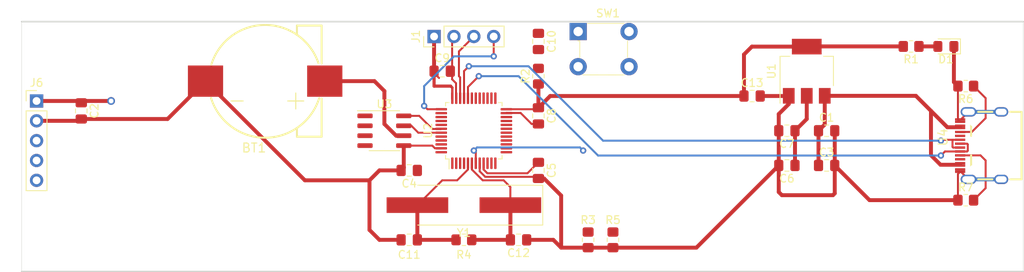
<source format=kicad_pcb>
(kicad_pcb (version 20171130) (host pcbnew "(5.1.8)-1")

  (general
    (thickness 1.6)
    (drawings 4)
    (tracks 200)
    (zones 0)
    (modules 30)
    (nets 22)
  )

  (page A4)
  (layers
    (0 F.Cu signal)
    (31 B.Cu signal)
    (32 B.Adhes user)
    (33 F.Adhes user)
    (34 B.Paste user)
    (35 F.Paste user)
    (36 B.SilkS user)
    (37 F.SilkS user)
    (38 B.Mask user)
    (39 F.Mask user)
    (40 Dwgs.User user)
    (41 Cmts.User user)
    (42 Eco1.User user)
    (43 Eco2.User user)
    (44 Edge.Cuts user)
    (45 Margin user)
    (46 B.CrtYd user)
    (47 F.CrtYd user)
    (48 B.Fab user)
    (49 F.Fab user)
  )

  (setup
    (last_trace_width 0.5)
    (user_trace_width 0.25)
    (user_trace_width 0.5)
    (user_trace_width 0.8)
    (user_trace_width 1)
    (trace_clearance 0.2)
    (zone_clearance 0.508)
    (zone_45_only no)
    (trace_min 0.2)
    (via_size 0.8)
    (via_drill 0.4)
    (via_min_size 0.4)
    (via_min_drill 0.3)
    (uvia_size 0.3)
    (uvia_drill 0.1)
    (uvias_allowed no)
    (uvia_min_size 0.2)
    (uvia_min_drill 0.1)
    (edge_width 0.05)
    (segment_width 0.2)
    (pcb_text_width 0.3)
    (pcb_text_size 1.5 1.5)
    (mod_edge_width 0.12)
    (mod_text_size 1 1)
    (mod_text_width 0.15)
    (pad_size 1.524 1.524)
    (pad_drill 0.762)
    (pad_to_mask_clearance 0)
    (aux_axis_origin 0 0)
    (visible_elements 7FFFFFFF)
    (pcbplotparams
      (layerselection 0x010fc_ffffffff)
      (usegerberextensions false)
      (usegerberattributes true)
      (usegerberadvancedattributes true)
      (creategerberjobfile true)
      (excludeedgelayer true)
      (linewidth 0.100000)
      (plotframeref false)
      (viasonmask false)
      (mode 1)
      (useauxorigin false)
      (hpglpennumber 1)
      (hpglpenspeed 20)
      (hpglpendiameter 15.000000)
      (psnegative false)
      (psa4output false)
      (plotreference true)
      (plotvalue true)
      (plotinvisibletext false)
      (padsonsilk false)
      (subtractmaskfromsilk false)
      (outputformat 1)
      (mirror false)
      (drillshape 1)
      (scaleselection 1)
      (outputdirectory ""))
  )

  (net 0 "")
  (net 1 GND)
  (net 2 "Net-(BT1-Pad1)")
  (net 3 VCC)
  (net 4 +3V3)
  (net 5 RESET)
  (net 6 OSC_IN)
  (net 7 OSC_OUT)
  (net 8 "Net-(D1-Pad2)")
  (net 9 SWCLK)
  (net 10 SWDIO)
  (net 11 SPI1_SCK)
  (net 12 SPI1_CS)
  (net 13 SPI1_MOSI)
  (net 14 BOOT0)
  (net 15 BOOT1)
  (net 16 I2C1_SDA)
  (net 17 I2C1_SCL)
  (net 18 "Net-(R6-Pad1)")
  (net 19 "Net-(R7-Pad2)")
  (net 20 USB_DP)
  (net 21 USB_DM)

  (net_class Default "This is the default net class."
    (clearance 0.2)
    (trace_width 0.25)
    (via_dia 0.8)
    (via_drill 0.4)
    (uvia_dia 0.3)
    (uvia_drill 0.1)
    (add_net +3V3)
    (add_net BOOT0)
    (add_net BOOT1)
    (add_net GND)
    (add_net I2C1_SCL)
    (add_net I2C1_SDA)
    (add_net "Net-(BT1-Pad1)")
    (add_net "Net-(D1-Pad2)")
    (add_net "Net-(R6-Pad1)")
    (add_net "Net-(R7-Pad2)")
    (add_net "Net-(U2-Pad10)")
    (add_net "Net-(U2-Pad11)")
    (add_net "Net-(U2-Pad12)")
    (add_net "Net-(U2-Pad13)")
    (add_net "Net-(U2-Pad14)")
    (add_net "Net-(U2-Pad16)")
    (add_net "Net-(U2-Pad19)")
    (add_net "Net-(U2-Pad2)")
    (add_net "Net-(U2-Pad21)")
    (add_net "Net-(U2-Pad22)")
    (add_net "Net-(U2-Pad25)")
    (add_net "Net-(U2-Pad26)")
    (add_net "Net-(U2-Pad27)")
    (add_net "Net-(U2-Pad28)")
    (add_net "Net-(U2-Pad29)")
    (add_net "Net-(U2-Pad3)")
    (add_net "Net-(U2-Pad30)")
    (add_net "Net-(U2-Pad31)")
    (add_net "Net-(U2-Pad38)")
    (add_net "Net-(U2-Pad39)")
    (add_net "Net-(U2-Pad4)")
    (add_net "Net-(U2-Pad40)")
    (add_net "Net-(U2-Pad41)")
    (add_net "Net-(U2-Pad45)")
    (add_net "Net-(U2-Pad46)")
    (add_net "Net-(U3-Pad1)")
    (add_net "Net-(U3-Pad3)")
    (add_net "Net-(U3-Pad4)")
    (add_net "Net-(U4-PadA8)")
    (add_net "Net-(U4-PadB8)")
    (add_net OSC_IN)
    (add_net OSC_OUT)
    (add_net RESET)
    (add_net SPI1_CS)
    (add_net SPI1_MOSI)
    (add_net SPI1_SCK)
    (add_net SWCLK)
    (add_net SWDIO)
    (add_net USB_DM)
    (add_net USB_DP)
    (add_net VCC)
  )

  (module Capacitor_SMD:C_0805_2012Metric_Pad1.18x1.45mm_HandSolder (layer F.Cu) (tedit 5F68FEEF) (tstamp 5FE2F6AA)
    (at 133.35 50.165)
    (descr "Capacitor SMD 0805 (2012 Metric), square (rectangular) end terminal, IPC_7351 nominal with elongated pad for handsoldering. (Body size source: IPC-SM-782 page 76, https://www.pcb-3d.com/wordpress/wp-content/uploads/ipc-sm-782a_amendment_1_and_2.pdf, https://docs.google.com/spreadsheets/d/1BsfQQcO9C6DZCsRaXUlFlo91Tg2WpOkGARC1WS5S8t0/edit?usp=sharing), generated with kicad-footprint-generator")
    (tags "capacitor handsolder")
    (path /5FF01274)
    (attr smd)
    (fp_text reference C13 (at 0 -1.68) (layer F.SilkS)
      (effects (font (size 1 1) (thickness 0.15)))
    )
    (fp_text value 100nf (at 0 1.68) (layer F.Fab)
      (effects (font (size 1 1) (thickness 0.15)))
    )
    (fp_text user %R (at 0 0) (layer F.Fab)
      (effects (font (size 0.5 0.5) (thickness 0.08)))
    )
    (fp_line (start -1 0.625) (end -1 -0.625) (layer F.Fab) (width 0.1))
    (fp_line (start -1 -0.625) (end 1 -0.625) (layer F.Fab) (width 0.1))
    (fp_line (start 1 -0.625) (end 1 0.625) (layer F.Fab) (width 0.1))
    (fp_line (start 1 0.625) (end -1 0.625) (layer F.Fab) (width 0.1))
    (fp_line (start -0.261252 -0.735) (end 0.261252 -0.735) (layer F.SilkS) (width 0.12))
    (fp_line (start -0.261252 0.735) (end 0.261252 0.735) (layer F.SilkS) (width 0.12))
    (fp_line (start -1.88 0.98) (end -1.88 -0.98) (layer F.CrtYd) (width 0.05))
    (fp_line (start -1.88 -0.98) (end 1.88 -0.98) (layer F.CrtYd) (width 0.05))
    (fp_line (start 1.88 -0.98) (end 1.88 0.98) (layer F.CrtYd) (width 0.05))
    (fp_line (start 1.88 0.98) (end -1.88 0.98) (layer F.CrtYd) (width 0.05))
    (pad 2 smd roundrect (at 1.0375 0) (size 1.175 1.45) (layers F.Cu F.Paste F.Mask) (roundrect_rratio 0.212766)
      (net 1 GND))
    (pad 1 smd roundrect (at -1.0375 0) (size 1.175 1.45) (layers F.Cu F.Paste F.Mask) (roundrect_rratio 0.212766)
      (net 4 +3V3))
    (model ${KISYS3DMOD}/Capacitor_SMD.3dshapes/C_0805_2012Metric.wrl
      (at (xyz 0 0 0))
      (scale (xyz 1 1 1))
      (rotate (xyz 0 0 0))
    )
  )

  (module Package_QFP:LQFP-48_7x7mm_P0.5mm (layer F.Cu) (tedit 5D9F72AF) (tstamp 5FE12D1C)
    (at 97.79 54.61 90)
    (descr "LQFP, 48 Pin (https://www.analog.com/media/en/technical-documentation/data-sheets/ltc2358-16.pdf), generated with kicad-footprint-generator ipc_gullwing_generator.py")
    (tags "LQFP QFP")
    (path /5FE626CB)
    (attr smd)
    (fp_text reference U2 (at 0 -5.85 90) (layer F.SilkS)
      (effects (font (size 1 1) (thickness 0.15)))
    )
    (fp_text value STM32F103C8Tx (at 0 5.85 90) (layer F.Fab)
      (effects (font (size 1 1) (thickness 0.15)))
    )
    (fp_line (start 3.16 3.61) (end 3.61 3.61) (layer F.SilkS) (width 0.12))
    (fp_line (start 3.61 3.61) (end 3.61 3.16) (layer F.SilkS) (width 0.12))
    (fp_line (start -3.16 3.61) (end -3.61 3.61) (layer F.SilkS) (width 0.12))
    (fp_line (start -3.61 3.61) (end -3.61 3.16) (layer F.SilkS) (width 0.12))
    (fp_line (start 3.16 -3.61) (end 3.61 -3.61) (layer F.SilkS) (width 0.12))
    (fp_line (start 3.61 -3.61) (end 3.61 -3.16) (layer F.SilkS) (width 0.12))
    (fp_line (start -3.16 -3.61) (end -3.61 -3.61) (layer F.SilkS) (width 0.12))
    (fp_line (start -3.61 -3.61) (end -3.61 -3.16) (layer F.SilkS) (width 0.12))
    (fp_line (start -3.61 -3.16) (end -4.9 -3.16) (layer F.SilkS) (width 0.12))
    (fp_line (start -2.5 -3.5) (end 3.5 -3.5) (layer F.Fab) (width 0.1))
    (fp_line (start 3.5 -3.5) (end 3.5 3.5) (layer F.Fab) (width 0.1))
    (fp_line (start 3.5 3.5) (end -3.5 3.5) (layer F.Fab) (width 0.1))
    (fp_line (start -3.5 3.5) (end -3.5 -2.5) (layer F.Fab) (width 0.1))
    (fp_line (start -3.5 -2.5) (end -2.5 -3.5) (layer F.Fab) (width 0.1))
    (fp_line (start 0 -5.15) (end -3.15 -5.15) (layer F.CrtYd) (width 0.05))
    (fp_line (start -3.15 -5.15) (end -3.15 -3.75) (layer F.CrtYd) (width 0.05))
    (fp_line (start -3.15 -3.75) (end -3.75 -3.75) (layer F.CrtYd) (width 0.05))
    (fp_line (start -3.75 -3.75) (end -3.75 -3.15) (layer F.CrtYd) (width 0.05))
    (fp_line (start -3.75 -3.15) (end -5.15 -3.15) (layer F.CrtYd) (width 0.05))
    (fp_line (start -5.15 -3.15) (end -5.15 0) (layer F.CrtYd) (width 0.05))
    (fp_line (start 0 -5.15) (end 3.15 -5.15) (layer F.CrtYd) (width 0.05))
    (fp_line (start 3.15 -5.15) (end 3.15 -3.75) (layer F.CrtYd) (width 0.05))
    (fp_line (start 3.15 -3.75) (end 3.75 -3.75) (layer F.CrtYd) (width 0.05))
    (fp_line (start 3.75 -3.75) (end 3.75 -3.15) (layer F.CrtYd) (width 0.05))
    (fp_line (start 3.75 -3.15) (end 5.15 -3.15) (layer F.CrtYd) (width 0.05))
    (fp_line (start 5.15 -3.15) (end 5.15 0) (layer F.CrtYd) (width 0.05))
    (fp_line (start 0 5.15) (end -3.15 5.15) (layer F.CrtYd) (width 0.05))
    (fp_line (start -3.15 5.15) (end -3.15 3.75) (layer F.CrtYd) (width 0.05))
    (fp_line (start -3.15 3.75) (end -3.75 3.75) (layer F.CrtYd) (width 0.05))
    (fp_line (start -3.75 3.75) (end -3.75 3.15) (layer F.CrtYd) (width 0.05))
    (fp_line (start -3.75 3.15) (end -5.15 3.15) (layer F.CrtYd) (width 0.05))
    (fp_line (start -5.15 3.15) (end -5.15 0) (layer F.CrtYd) (width 0.05))
    (fp_line (start 0 5.15) (end 3.15 5.15) (layer F.CrtYd) (width 0.05))
    (fp_line (start 3.15 5.15) (end 3.15 3.75) (layer F.CrtYd) (width 0.05))
    (fp_line (start 3.15 3.75) (end 3.75 3.75) (layer F.CrtYd) (width 0.05))
    (fp_line (start 3.75 3.75) (end 3.75 3.15) (layer F.CrtYd) (width 0.05))
    (fp_line (start 3.75 3.15) (end 5.15 3.15) (layer F.CrtYd) (width 0.05))
    (fp_line (start 5.15 3.15) (end 5.15 0) (layer F.CrtYd) (width 0.05))
    (fp_text user %R (at 0 0 90) (layer F.Fab)
      (effects (font (size 1 1) (thickness 0.15)))
    )
    (pad 48 smd roundrect (at -2.75 -4.1625 90) (size 0.3 1.475) (layers F.Cu F.Paste F.Mask) (roundrect_rratio 0.25)
      (net 4 +3V3))
    (pad 47 smd roundrect (at -2.25 -4.1625 90) (size 0.3 1.475) (layers F.Cu F.Paste F.Mask) (roundrect_rratio 0.25)
      (net 1 GND))
    (pad 46 smd roundrect (at -1.75 -4.1625 90) (size 0.3 1.475) (layers F.Cu F.Paste F.Mask) (roundrect_rratio 0.25))
    (pad 45 smd roundrect (at -1.25 -4.1625 90) (size 0.3 1.475) (layers F.Cu F.Paste F.Mask) (roundrect_rratio 0.25))
    (pad 44 smd roundrect (at -0.75 -4.1625 90) (size 0.3 1.475) (layers F.Cu F.Paste F.Mask) (roundrect_rratio 0.25)
      (net 14 BOOT0))
    (pad 43 smd roundrect (at -0.25 -4.1625 90) (size 0.3 1.475) (layers F.Cu F.Paste F.Mask) (roundrect_rratio 0.25)
      (net 16 I2C1_SDA))
    (pad 42 smd roundrect (at 0.25 -4.1625 90) (size 0.3 1.475) (layers F.Cu F.Paste F.Mask) (roundrect_rratio 0.25)
      (net 17 I2C1_SCL))
    (pad 41 smd roundrect (at 0.75 -4.1625 90) (size 0.3 1.475) (layers F.Cu F.Paste F.Mask) (roundrect_rratio 0.25))
    (pad 40 smd roundrect (at 1.25 -4.1625 90) (size 0.3 1.475) (layers F.Cu F.Paste F.Mask) (roundrect_rratio 0.25))
    (pad 39 smd roundrect (at 1.75 -4.1625 90) (size 0.3 1.475) (layers F.Cu F.Paste F.Mask) (roundrect_rratio 0.25))
    (pad 38 smd roundrect (at 2.25 -4.1625 90) (size 0.3 1.475) (layers F.Cu F.Paste F.Mask) (roundrect_rratio 0.25))
    (pad 37 smd roundrect (at 2.75 -4.1625 90) (size 0.3 1.475) (layers F.Cu F.Paste F.Mask) (roundrect_rratio 0.25)
      (net 9 SWCLK))
    (pad 36 smd roundrect (at 4.1625 -2.75 90) (size 1.475 0.3) (layers F.Cu F.Paste F.Mask) (roundrect_rratio 0.25)
      (net 4 +3V3))
    (pad 35 smd roundrect (at 4.1625 -2.25 90) (size 1.475 0.3) (layers F.Cu F.Paste F.Mask) (roundrect_rratio 0.25)
      (net 1 GND))
    (pad 34 smd roundrect (at 4.1625 -1.75 90) (size 1.475 0.3) (layers F.Cu F.Paste F.Mask) (roundrect_rratio 0.25)
      (net 10 SWDIO))
    (pad 33 smd roundrect (at 4.1625 -1.25 90) (size 1.475 0.3) (layers F.Cu F.Paste F.Mask) (roundrect_rratio 0.25)
      (net 20 USB_DP))
    (pad 32 smd roundrect (at 4.1625 -0.75 90) (size 1.475 0.3) (layers F.Cu F.Paste F.Mask) (roundrect_rratio 0.25)
      (net 21 USB_DM))
    (pad 31 smd roundrect (at 4.1625 -0.25 90) (size 1.475 0.3) (layers F.Cu F.Paste F.Mask) (roundrect_rratio 0.25))
    (pad 30 smd roundrect (at 4.1625 0.25 90) (size 1.475 0.3) (layers F.Cu F.Paste F.Mask) (roundrect_rratio 0.25))
    (pad 29 smd roundrect (at 4.1625 0.75 90) (size 1.475 0.3) (layers F.Cu F.Paste F.Mask) (roundrect_rratio 0.25))
    (pad 28 smd roundrect (at 4.1625 1.25 90) (size 1.475 0.3) (layers F.Cu F.Paste F.Mask) (roundrect_rratio 0.25))
    (pad 27 smd roundrect (at 4.1625 1.75 90) (size 1.475 0.3) (layers F.Cu F.Paste F.Mask) (roundrect_rratio 0.25))
    (pad 26 smd roundrect (at 4.1625 2.25 90) (size 1.475 0.3) (layers F.Cu F.Paste F.Mask) (roundrect_rratio 0.25))
    (pad 25 smd roundrect (at 4.1625 2.75 90) (size 1.475 0.3) (layers F.Cu F.Paste F.Mask) (roundrect_rratio 0.25))
    (pad 24 smd roundrect (at 2.75 4.1625 90) (size 0.3 1.475) (layers F.Cu F.Paste F.Mask) (roundrect_rratio 0.25)
      (net 4 +3V3))
    (pad 23 smd roundrect (at 2.25 4.1625 90) (size 0.3 1.475) (layers F.Cu F.Paste F.Mask) (roundrect_rratio 0.25)
      (net 1 GND))
    (pad 22 smd roundrect (at 1.75 4.1625 90) (size 0.3 1.475) (layers F.Cu F.Paste F.Mask) (roundrect_rratio 0.25))
    (pad 21 smd roundrect (at 1.25 4.1625 90) (size 0.3 1.475) (layers F.Cu F.Paste F.Mask) (roundrect_rratio 0.25))
    (pad 20 smd roundrect (at 0.75 4.1625 90) (size 0.3 1.475) (layers F.Cu F.Paste F.Mask) (roundrect_rratio 0.25)
      (net 15 BOOT1))
    (pad 19 smd roundrect (at 0.25 4.1625 90) (size 0.3 1.475) (layers F.Cu F.Paste F.Mask) (roundrect_rratio 0.25))
    (pad 18 smd roundrect (at -0.25 4.1625 90) (size 0.3 1.475) (layers F.Cu F.Paste F.Mask) (roundrect_rratio 0.25)
      (net 12 SPI1_CS))
    (pad 17 smd roundrect (at -0.75 4.1625 90) (size 0.3 1.475) (layers F.Cu F.Paste F.Mask) (roundrect_rratio 0.25)
      (net 13 SPI1_MOSI))
    (pad 16 smd roundrect (at -1.25 4.1625 90) (size 0.3 1.475) (layers F.Cu F.Paste F.Mask) (roundrect_rratio 0.25))
    (pad 15 smd roundrect (at -1.75 4.1625 90) (size 0.3 1.475) (layers F.Cu F.Paste F.Mask) (roundrect_rratio 0.25)
      (net 11 SPI1_SCK))
    (pad 14 smd roundrect (at -2.25 4.1625 90) (size 0.3 1.475) (layers F.Cu F.Paste F.Mask) (roundrect_rratio 0.25))
    (pad 13 smd roundrect (at -2.75 4.1625 90) (size 0.3 1.475) (layers F.Cu F.Paste F.Mask) (roundrect_rratio 0.25))
    (pad 12 smd roundrect (at -4.1625 2.75 90) (size 1.475 0.3) (layers F.Cu F.Paste F.Mask) (roundrect_rratio 0.25))
    (pad 11 smd roundrect (at -4.1625 2.25 90) (size 1.475 0.3) (layers F.Cu F.Paste F.Mask) (roundrect_rratio 0.25))
    (pad 10 smd roundrect (at -4.1625 1.75 90) (size 1.475 0.3) (layers F.Cu F.Paste F.Mask) (roundrect_rratio 0.25))
    (pad 9 smd roundrect (at -4.1625 1.25 90) (size 1.475 0.3) (layers F.Cu F.Paste F.Mask) (roundrect_rratio 0.25)
      (net 4 +3V3))
    (pad 8 smd roundrect (at -4.1625 0.75 90) (size 1.475 0.3) (layers F.Cu F.Paste F.Mask) (roundrect_rratio 0.25)
      (net 1 GND))
    (pad 7 smd roundrect (at -4.1625 0.25 90) (size 1.475 0.3) (layers F.Cu F.Paste F.Mask) (roundrect_rratio 0.25)
      (net 5 RESET))
    (pad 6 smd roundrect (at -4.1625 -0.25 90) (size 1.475 0.3) (layers F.Cu F.Paste F.Mask) (roundrect_rratio 0.25)
      (net 7 OSC_OUT))
    (pad 5 smd roundrect (at -4.1625 -0.75 90) (size 1.475 0.3) (layers F.Cu F.Paste F.Mask) (roundrect_rratio 0.25)
      (net 6 OSC_IN))
    (pad 4 smd roundrect (at -4.1625 -1.25 90) (size 1.475 0.3) (layers F.Cu F.Paste F.Mask) (roundrect_rratio 0.25))
    (pad 3 smd roundrect (at -4.1625 -1.75 90) (size 1.475 0.3) (layers F.Cu F.Paste F.Mask) (roundrect_rratio 0.25))
    (pad 2 smd roundrect (at -4.1625 -2.25 90) (size 1.475 0.3) (layers F.Cu F.Paste F.Mask) (roundrect_rratio 0.25))
    (pad 1 smd roundrect (at -4.1625 -2.75 90) (size 1.475 0.3) (layers F.Cu F.Paste F.Mask) (roundrect_rratio 0.25)
      (net 4 +3V3))
    (model ${KISYS3DMOD}/Package_QFP.3dshapes/LQFP-48_7x7mm_P0.5mm.wrl
      (at (xyz 0 0 0))
      (scale (xyz 1 1 1))
      (rotate (xyz 0 0 0))
    )
  )

  (module Package_TO_SOT_SMD:SOT-223-3_TabPin2 (layer F.Cu) (tedit 5A02FF57) (tstamp 5FE2A168)
    (at 140.335 46.99 90)
    (descr "module CMS SOT223 4 pins")
    (tags "CMS SOT")
    (path /5FEAA127)
    (attr smd)
    (fp_text reference U1 (at 0 -4.5 90) (layer F.SilkS)
      (effects (font (size 1 1) (thickness 0.15)))
    )
    (fp_text value AMS1117-3.3 (at 0 4.5 90) (layer F.Fab)
      (effects (font (size 1 1) (thickness 0.15)))
    )
    (fp_text user %R (at 0 0) (layer F.Fab)
      (effects (font (size 0.8 0.8) (thickness 0.12)))
    )
    (fp_line (start 1.91 3.41) (end 1.91 2.15) (layer F.SilkS) (width 0.12))
    (fp_line (start 1.91 -3.41) (end 1.91 -2.15) (layer F.SilkS) (width 0.12))
    (fp_line (start 4.4 -3.6) (end -4.4 -3.6) (layer F.CrtYd) (width 0.05))
    (fp_line (start 4.4 3.6) (end 4.4 -3.6) (layer F.CrtYd) (width 0.05))
    (fp_line (start -4.4 3.6) (end 4.4 3.6) (layer F.CrtYd) (width 0.05))
    (fp_line (start -4.4 -3.6) (end -4.4 3.6) (layer F.CrtYd) (width 0.05))
    (fp_line (start -1.85 -2.35) (end -0.85 -3.35) (layer F.Fab) (width 0.1))
    (fp_line (start -1.85 -2.35) (end -1.85 3.35) (layer F.Fab) (width 0.1))
    (fp_line (start -1.85 3.41) (end 1.91 3.41) (layer F.SilkS) (width 0.12))
    (fp_line (start -0.85 -3.35) (end 1.85 -3.35) (layer F.Fab) (width 0.1))
    (fp_line (start -4.1 -3.41) (end 1.91 -3.41) (layer F.SilkS) (width 0.12))
    (fp_line (start -1.85 3.35) (end 1.85 3.35) (layer F.Fab) (width 0.1))
    (fp_line (start 1.85 -3.35) (end 1.85 3.35) (layer F.Fab) (width 0.1))
    (pad 1 smd rect (at -3.15 -2.3 90) (size 2 1.5) (layers F.Cu F.Paste F.Mask)
      (net 1 GND))
    (pad 3 smd rect (at -3.15 2.3 90) (size 2 1.5) (layers F.Cu F.Paste F.Mask)
      (net 3 VCC))
    (pad 2 smd rect (at -3.15 0 90) (size 2 1.5) (layers F.Cu F.Paste F.Mask)
      (net 4 +3V3))
    (pad 2 smd rect (at 3.15 0 90) (size 2 3.8) (layers F.Cu F.Paste F.Mask)
      (net 4 +3V3))
    (model ${KISYS3DMOD}/Package_TO_SOT_SMD.3dshapes/SOT-223.wrl
      (at (xyz 0 0 0))
      (scale (xyz 1 1 1))
      (rotate (xyz 0 0 0))
    )
  )

  (module Kaka:USB-C_SMD-TYPE-C-31-M-12 (layer F.Cu) (tedit 5FE1E2BC) (tstamp 5FE25E41)
    (at 162.56 56.515 90)
    (path /5FE2506B)
    (fp_text reference U4 (at -0.175006 -4.818507 90) (layer F.SilkS)
      (effects (font (size 1.143 1.143) (thickness 0.1524)) (justify left))
    )
    (fp_text value TYPE-C-31-M-12 (at -13.97 -6.35 90) (layer F.Fab) hide
      (effects (font (size 1.143 1.143) (thickness 0.1524)) (justify left))
    )
    (fp_line (start -2.999994 -1.220775) (end -1.249985 -1.220775) (layer F.SilkS) (width 0.254))
    (fp_line (start 4.319981 5.22671) (end -4.319981 5.226736) (layer F.SilkS) (width 0.254))
    (fp_line (start 1.247419 -1.223645) (end 2.997454 -1.223645) (layer F.SilkS) (width 0.254))
    (fp_line (start -4.319981 5.091024) (end -4.319981 3.755339) (layer F.SilkS) (width 0.254))
    (fp_line (start -4.319981 1.493063) (end -4.319981 -0.324739) (layer F.SilkS) (width 0.254))
    (fp_line (start 4.319981 5.040224) (end 4.319981 3.755339) (layer F.SilkS) (width 0.254))
    (fp_line (start 4.319981 1.493063) (end 4.319981 -0.324739) (layer F.SilkS) (width 0.254))
    (pad 0 thru_hole oval (at -4.320032 -1.555877 90) (size 1.199998 1.999996) (drill oval 0.799998 1.600022) (layers *.Cu *.Mask)
      (net 1 GND))
    (pad 0 thru_hole oval (at 4.320032 -1.555877 90) (size 1.199998 1.999996) (drill oval 0.799998 1.599971) (layers *.Cu *.Mask)
      (net 1 GND))
    (pad 0 thru_hole oval (at 4.320032 2.624201 90) (size 1.199998 1.799996) (drill oval 0.799998 1.399997) (layers *.Cu *.Mask)
      (net 1 GND))
    (pad 0 thru_hole oval (at -4.320032 2.624201 90) (size 1.199998 1.799996) (drill oval 0.799998 1.399997) (layers *.Cu *.Mask)
      (net 1 GND))
    (pad A12 smd rect (at 3.350006 -2.623185 90) (size 0.299999 1.299997) (layers F.Cu F.Paste F.Mask)
      (net 1 GND))
    (pad B1 smd rect (at 3.050032 -2.623185 90) (size 0.299999 1.299997) (layers F.Cu F.Paste F.Mask)
      (net 1 GND))
    (pad A9 smd rect (at 2.55016 -2.623439 90) (size 0.299999 1.299997) (layers F.Cu F.Paste F.Mask)
      (net 3 VCC))
    (pad B4 smd rect (at 2.249932 -2.623439 90) (size 0.299999 1.299997) (layers F.Cu F.Paste F.Mask)
      (net 3 VCC))
    (pad B5 smd rect (at 1.75006 -2.623185 90) (size 0.299999 1.299997) (layers F.Cu F.Paste F.Mask)
      (net 18 "Net-(R6-Pad1)"))
    (pad A8 smd rect (at 1.24968 -2.624201 90) (size 0.299999 1.299997) (layers F.Cu F.Paste F.Mask))
    (pad B6 smd rect (at 0.750062 -2.623185 90) (size 0.299999 1.299997) (layers F.Cu F.Paste F.Mask)
      (net 20 USB_DP))
    (pad A7 smd rect (at 0.249936 -2.623185 90) (size 0.299999 1.299997) (layers F.Cu F.Paste F.Mask)
      (net 21 USB_DM))
    (pad A6 smd rect (at -0.249936 -2.623185 90) (size 0.299999 1.299997) (layers F.Cu F.Paste F.Mask)
      (net 20 USB_DP))
    (pad B7 smd rect (at -0.750062 -2.623185 90) (size 0.299999 1.299997) (layers F.Cu F.Paste F.Mask)
      (net 21 USB_DM))
    (pad A5 smd rect (at -1.249934 -2.623185 90) (size 0.299999 1.299997) (layers F.Cu F.Paste F.Mask)
      (net 19 "Net-(R7-Pad2)"))
    (pad B8 smd rect (at -1.75006 -2.624201 90) (size 0.299999 1.299997) (layers F.Cu F.Paste F.Mask))
    (pad B9 smd rect (at -2.249932 -2.623185 90) (size 0.299999 1.299997) (layers F.Cu F.Paste F.Mask)
      (net 3 VCC))
    (pad A4 smd rect (at -2.549906 -2.623185 90) (size 0.299999 1.299997) (layers F.Cu F.Paste F.Mask)
      (net 3 VCC))
    (pad B12 smd rect (at -3.050032 -2.623185 90) (size 0.299999 1.299997) (layers F.Cu F.Paste F.Mask)
      (net 1 GND))
    (pad A1 smd rect (at -3.350006 -2.623185 90) (size 0.299999 1.299997) (layers F.Cu F.Paste F.Mask)
      (net 1 GND))
    (pad "" np_thru_hole circle (at 2.890012 -1.025779 90) (size 0.750011 0.750011) (drill 0.750011) (layers *.Cu *.Mask))
    (pad "" np_thru_hole circle (at -2.890012 -1.025779 90) (size 0.750011 0.750011) (drill 0.750011) (layers *.Cu *.Mask))
  )

  (module digikey:Switch_Tactile_THT_6x6mm (layer F.Cu) (tedit 5AF34E1F) (tstamp 5FE25D10)
    (at 111.125 41.91)
    (descr http://www.te.com/commerce/DocumentDelivery/DDEController?Action=srchrtrv&DocNm=1825910&DocType=Customer+Drawing&DocLang=English)
    (path /5FEE5EEE)
    (fp_text reference SW1 (at 3.81 -2.3368) (layer F.SilkS)
      (effects (font (size 1 1) (thickness 0.15)))
    )
    (fp_text value Reset (at 3.6322 7.0866) (layer F.Fab)
      (effects (font (size 1 1) (thickness 0.15)))
    )
    (fp_text user %R (at 3.3782 2.286) (layer F.Fab)
      (effects (font (size 1 1) (thickness 0.15)))
    )
    (fp_line (start 0.2032 1.2004) (end -0.0468 1.2004) (layer F.SilkS) (width 0.1))
    (fp_line (start 5.8928 5.5626) (end 0.6 5.5528) (layer F.SilkS) (width 0.1))
    (fp_line (start 6.3092 1.2048) (end 6.3092 3.3) (layer F.SilkS) (width 0.1))
    (fp_line (start 0.2032 1.1938) (end 0.2032 3.302) (layer F.SilkS) (width 0.1))
    (fp_line (start 1.2 -1.0414) (end 5.8674 -1.0414) (layer F.SilkS) (width 0.1))
    (fp_line (start -1.35 -1.35) (end -1.35 5.85) (layer F.CrtYd) (width 0.05))
    (fp_line (start 7.85 -1.35) (end -1.35 -1.35) (layer F.CrtYd) (width 0.05))
    (fp_line (start 7.85 5.85) (end -1.35 5.85) (layer F.CrtYd) (width 0.05))
    (fp_line (start 7.85 -1.35) (end 7.85 5.85) (layer F.CrtYd) (width 0.05))
    (fp_line (start 0.25 -1) (end 0.25 5.5) (layer F.Fab) (width 0.1))
    (fp_line (start 6.25 5.5) (end 0.25 5.5) (layer F.Fab) (width 0.1))
    (fp_line (start 6.25 -1) (end 6.25 5.5) (layer F.Fab) (width 0.1))
    (fp_line (start 0.25 -1) (end 6.25 -1) (layer F.Fab) (width 0.1))
    (pad 3 thru_hole circle (at 0 4.5) (size 2.2 2.2) (drill 1.2) (layers *.Cu *.Mask))
    (pad 4 thru_hole circle (at 6.5 4.5) (size 2.2 2.2) (drill 1.2) (layers *.Cu *.Mask))
    (pad 2 thru_hole circle (at 6.5 0) (size 2.2 2.2) (drill 1.2) (layers *.Cu *.Mask)
      (net 1 GND))
    (pad 1 thru_hole rect (at 0 0) (size 2.2 2.2) (drill 1.2) (layers *.Cu *.Mask)
      (net 5 RESET))
  )

  (module Capacitor_SMD:C_0805_2012Metric_Pad1.18x1.45mm_HandSolder (layer F.Cu) (tedit 5F68FEEF) (tstamp 5FE25B38)
    (at 93.7475 46.99)
    (descr "Capacitor SMD 0805 (2012 Metric), square (rectangular) end terminal, IPC_7351 nominal with elongated pad for handsoldering. (Body size source: IPC-SM-782 page 76, https://www.pcb-3d.com/wordpress/wp-content/uploads/ipc-sm-782a_amendment_1_and_2.pdf, https://docs.google.com/spreadsheets/d/1BsfQQcO9C6DZCsRaXUlFlo91Tg2WpOkGARC1WS5S8t0/edit?usp=sharing), generated with kicad-footprint-generator")
    (tags "capacitor handsolder")
    (path /5FE8A51C)
    (attr smd)
    (fp_text reference C9 (at 0 -1.68) (layer F.SilkS)
      (effects (font (size 1 1) (thickness 0.15)))
    )
    (fp_text value 100nf (at 0 1.68) (layer F.Fab)
      (effects (font (size 1 1) (thickness 0.15)))
    )
    (fp_text user %R (at 0 0) (layer F.Fab)
      (effects (font (size 0.5 0.5) (thickness 0.08)))
    )
    (fp_line (start -1 0.625) (end -1 -0.625) (layer F.Fab) (width 0.1))
    (fp_line (start -1 -0.625) (end 1 -0.625) (layer F.Fab) (width 0.1))
    (fp_line (start 1 -0.625) (end 1 0.625) (layer F.Fab) (width 0.1))
    (fp_line (start 1 0.625) (end -1 0.625) (layer F.Fab) (width 0.1))
    (fp_line (start -0.261252 -0.735) (end 0.261252 -0.735) (layer F.SilkS) (width 0.12))
    (fp_line (start -0.261252 0.735) (end 0.261252 0.735) (layer F.SilkS) (width 0.12))
    (fp_line (start -1.88 0.98) (end -1.88 -0.98) (layer F.CrtYd) (width 0.05))
    (fp_line (start -1.88 -0.98) (end 1.88 -0.98) (layer F.CrtYd) (width 0.05))
    (fp_line (start 1.88 -0.98) (end 1.88 0.98) (layer F.CrtYd) (width 0.05))
    (fp_line (start 1.88 0.98) (end -1.88 0.98) (layer F.CrtYd) (width 0.05))
    (pad 2 smd roundrect (at 1.0375 0) (size 1.175 1.45) (layers F.Cu F.Paste F.Mask) (roundrect_rratio 0.212766)
      (net 1 GND))
    (pad 1 smd roundrect (at -1.0375 0) (size 1.175 1.45) (layers F.Cu F.Paste F.Mask) (roundrect_rratio 0.212766)
      (net 4 +3V3))
    (model ${KISYS3DMOD}/Capacitor_SMD.3dshapes/C_0805_2012Metric.wrl
      (at (xyz 0 0 0))
      (scale (xyz 1 1 1))
      (rotate (xyz 0 0 0))
    )
  )

  (module Kaka:BAT-SMD_CR1220-2 (layer F.Cu) (tedit 0) (tstamp 5FE12AFD)
    (at 71.12 48.26 180)
    (path /5FE0F333)
    (fp_text reference BT1 (at -0.2286 -8.545322) (layer F.SilkS)
      (effects (font (size 1.143 1.143) (thickness 0.1524)) (justify right))
    )
    (fp_text value Battery_Cell (at -0.2286 -10.323322) (layer F.Fab) hide
      (effects (font (size 1.143 1.143) (thickness 0.1524)) (justify right))
    )
    (fp_line (start 2.8194 -2.54) (end 4.3434 -2.54) (layer F.SilkS) (width 0.1524))
    (fp_line (start -4.064 -6.170625) (end -4.064 -7.112) (layer F.SilkS) (width 0.254))
    (fp_line (start -4.064 -7.112) (end -7.220026 -7.112) (layer F.SilkS) (width 0.254))
    (fp_line (start -7.220026 -7.112) (end -7.220026 -2.231136) (layer F.SilkS) (width 0.254))
    (fp_line (start -7.220026 2.231136) (end -7.220026 7.112) (layer F.SilkS) (width 0.254))
    (fp_line (start -7.220026 7.112) (end -4.064 7.112) (layer F.SilkS) (width 0.254))
    (fp_line (start -4.064 7.112) (end -4.064 5.911698) (layer F.SilkS) (width 0.254))
    (fp_line (start -3.9116 -1.524) (end -3.9116 -3.556) (layer F.SilkS) (width 0.1524))
    (fp_line (start -4.9276 -2.54) (end -2.8956 -2.54) (layer F.SilkS) (width 0.1524))
    (fp_arc (start -0.000007 -0.000031) (end -6.911035 -2.175104) (angle 145.234317) (layer F.SilkS) (width 0.254))
    (fp_arc (start 0 0.00002) (end 6.871487 2.123923) (angle 144.195569) (layer F.SilkS) (width 0.254))
    (pad 1 smd rect (at -7.62 0) (size 4.499991 3.999992) (layers F.Cu F.Paste F.Mask)
      (net 2 "Net-(BT1-Pad1)"))
    (pad 2 smd rect (at 7.62 0) (size 4.499991 3.999992) (layers F.Cu F.Paste F.Mask)
      (net 1 GND))
    (pad "" np_thru_hole circle (at -3.9116 0 180) (size 1.500022 1.500022) (drill 1.500022) (layers *.Cu *.Mask))
    (pad "" np_thru_hole circle (at 3.5814 0 180) (size 1.500022 1.500022) (drill 1.500022) (layers *.Cu *.Mask))
  )

  (module Capacitor_SMD:C_0805_2012Metric_Pad1.18x1.45mm_HandSolder (layer F.Cu) (tedit 5F68FEEF) (tstamp 5FE1499B)
    (at 137.795 59.055 180)
    (descr "Capacitor SMD 0805 (2012 Metric), square (rectangular) end terminal, IPC_7351 nominal with elongated pad for handsoldering. (Body size source: IPC-SM-782 page 76, https://www.pcb-3d.com/wordpress/wp-content/uploads/ipc-sm-782a_amendment_1_and_2.pdf, https://docs.google.com/spreadsheets/d/1BsfQQcO9C6DZCsRaXUlFlo91Tg2WpOkGARC1WS5S8t0/edit?usp=sharing), generated with kicad-footprint-generator")
    (tags "capacitor handsolder")
    (path /5FEAEE27)
    (attr smd)
    (fp_text reference C6 (at 0 -1.68) (layer F.SilkS)
      (effects (font (size 1 1) (thickness 0.15)))
    )
    (fp_text value 10uf (at 0 1.68) (layer F.Fab)
      (effects (font (size 1 1) (thickness 0.15)))
    )
    (fp_line (start 1.88 0.98) (end -1.88 0.98) (layer F.CrtYd) (width 0.05))
    (fp_line (start 1.88 -0.98) (end 1.88 0.98) (layer F.CrtYd) (width 0.05))
    (fp_line (start -1.88 -0.98) (end 1.88 -0.98) (layer F.CrtYd) (width 0.05))
    (fp_line (start -1.88 0.98) (end -1.88 -0.98) (layer F.CrtYd) (width 0.05))
    (fp_line (start -0.261252 0.735) (end 0.261252 0.735) (layer F.SilkS) (width 0.12))
    (fp_line (start -0.261252 -0.735) (end 0.261252 -0.735) (layer F.SilkS) (width 0.12))
    (fp_line (start 1 0.625) (end -1 0.625) (layer F.Fab) (width 0.1))
    (fp_line (start 1 -0.625) (end 1 0.625) (layer F.Fab) (width 0.1))
    (fp_line (start -1 -0.625) (end 1 -0.625) (layer F.Fab) (width 0.1))
    (fp_line (start -1 0.625) (end -1 -0.625) (layer F.Fab) (width 0.1))
    (fp_text user %R (at 0 0) (layer F.Fab)
      (effects (font (size 0.5 0.5) (thickness 0.08)))
    )
    (pad 1 smd roundrect (at -1.0375 0 180) (size 1.175 1.45) (layers F.Cu F.Paste F.Mask) (roundrect_rratio 0.212766)
      (net 4 +3V3))
    (pad 2 smd roundrect (at 1.0375 0 180) (size 1.175 1.45) (layers F.Cu F.Paste F.Mask) (roundrect_rratio 0.212766)
      (net 1 GND))
    (model ${KISYS3DMOD}/Capacitor_SMD.3dshapes/C_0805_2012Metric.wrl
      (at (xyz 0 0 0))
      (scale (xyz 1 1 1))
      (rotate (xyz 0 0 0))
    )
  )

  (module Crystal:Crystal_SMD_HC49-SD_HandSoldering (layer F.Cu) (tedit 5A1AD52C) (tstamp 5FE13320)
    (at 96.52 64.135 180)
    (descr "SMD Crystal HC-49-SD http://cdn-reichelt.de/documents/datenblatt/B400/xxx-HC49-SMD.pdf, hand-soldering, 11.4x4.7mm^2 package")
    (tags "SMD SMT crystal hand-soldering")
    (path /5FE9C475)
    (attr smd)
    (fp_text reference Y1 (at 0 -3.55) (layer F.SilkS)
      (effects (font (size 1 1) (thickness 0.15)))
    )
    (fp_text value Crystal (at 0 3.55) (layer F.Fab)
      (effects (font (size 1 1) (thickness 0.15)))
    )
    (fp_line (start -5.7 -2.35) (end -5.7 2.35) (layer F.Fab) (width 0.1))
    (fp_line (start -5.7 2.35) (end 5.7 2.35) (layer F.Fab) (width 0.1))
    (fp_line (start 5.7 2.35) (end 5.7 -2.35) (layer F.Fab) (width 0.1))
    (fp_line (start 5.7 -2.35) (end -5.7 -2.35) (layer F.Fab) (width 0.1))
    (fp_line (start -3.015 -2.115) (end 3.015 -2.115) (layer F.Fab) (width 0.1))
    (fp_line (start -3.015 2.115) (end 3.015 2.115) (layer F.Fab) (width 0.1))
    (fp_line (start 5.9 -2.55) (end -10.075 -2.55) (layer F.SilkS) (width 0.12))
    (fp_line (start -10.075 -2.55) (end -10.075 2.55) (layer F.SilkS) (width 0.12))
    (fp_line (start -10.075 2.55) (end 5.9 2.55) (layer F.SilkS) (width 0.12))
    (fp_line (start -10.2 -2.6) (end -10.2 2.6) (layer F.CrtYd) (width 0.05))
    (fp_line (start -10.2 2.6) (end 10.2 2.6) (layer F.CrtYd) (width 0.05))
    (fp_line (start 10.2 2.6) (end 10.2 -2.6) (layer F.CrtYd) (width 0.05))
    (fp_line (start 10.2 -2.6) (end -10.2 -2.6) (layer F.CrtYd) (width 0.05))
    (fp_arc (start 3.015 0) (end 3.015 -2.115) (angle 180) (layer F.Fab) (width 0.1))
    (fp_arc (start -3.015 0) (end -3.015 -2.115) (angle -180) (layer F.Fab) (width 0.1))
    (fp_text user %R (at 0 0) (layer F.Fab)
      (effects (font (size 1 1) (thickness 0.15)))
    )
    (pad 2 smd rect (at 5.9375 0 180) (size 7.875 2) (layers F.Cu F.Paste F.Mask)
      (net 6 OSC_IN))
    (pad 1 smd rect (at -5.9375 0 180) (size 7.875 2) (layers F.Cu F.Paste F.Mask)
      (net 7 OSC_OUT))
    (model ${KISYS3DMOD}/Crystal.3dshapes/Crystal_SMD_HC49-SD.wrl
      (at (xyz 0 0 0))
      (scale (xyz 1 1 1))
      (rotate (xyz 0 0 0))
    )
  )

  (module Package_SO:SOIC-8_3.9x4.9mm_P1.27mm (layer F.Cu) (tedit 5D9F72B1) (tstamp 5FE12D36)
    (at 86.36 54.61)
    (descr "SOIC, 8 Pin (JEDEC MS-012AA, https://www.analog.com/media/en/package-pcb-resources/package/pkg_pdf/soic_narrow-r/r_8.pdf), generated with kicad-footprint-generator ipc_gullwing_generator.py")
    (tags "SOIC SO")
    (path /5FE096DF)
    (attr smd)
    (fp_text reference U3 (at 0 -3.4) (layer F.SilkS)
      (effects (font (size 1 1) (thickness 0.15)))
    )
    (fp_text value DS3231MZ (at 0 3.4) (layer F.Fab)
      (effects (font (size 1 1) (thickness 0.15)))
    )
    (fp_line (start 0 2.56) (end 1.95 2.56) (layer F.SilkS) (width 0.12))
    (fp_line (start 0 2.56) (end -1.95 2.56) (layer F.SilkS) (width 0.12))
    (fp_line (start 0 -2.56) (end 1.95 -2.56) (layer F.SilkS) (width 0.12))
    (fp_line (start 0 -2.56) (end -3.45 -2.56) (layer F.SilkS) (width 0.12))
    (fp_line (start -0.975 -2.45) (end 1.95 -2.45) (layer F.Fab) (width 0.1))
    (fp_line (start 1.95 -2.45) (end 1.95 2.45) (layer F.Fab) (width 0.1))
    (fp_line (start 1.95 2.45) (end -1.95 2.45) (layer F.Fab) (width 0.1))
    (fp_line (start -1.95 2.45) (end -1.95 -1.475) (layer F.Fab) (width 0.1))
    (fp_line (start -1.95 -1.475) (end -0.975 -2.45) (layer F.Fab) (width 0.1))
    (fp_line (start -3.7 -2.7) (end -3.7 2.7) (layer F.CrtYd) (width 0.05))
    (fp_line (start -3.7 2.7) (end 3.7 2.7) (layer F.CrtYd) (width 0.05))
    (fp_line (start 3.7 2.7) (end 3.7 -2.7) (layer F.CrtYd) (width 0.05))
    (fp_line (start 3.7 -2.7) (end -3.7 -2.7) (layer F.CrtYd) (width 0.05))
    (fp_text user %R (at 0 0) (layer F.Fab)
      (effects (font (size 0.98 0.98) (thickness 0.15)))
    )
    (pad 8 smd roundrect (at 2.475 -1.905) (size 1.95 0.6) (layers F.Cu F.Paste F.Mask) (roundrect_rratio 0.25)
      (net 17 I2C1_SCL))
    (pad 7 smd roundrect (at 2.475 -0.635) (size 1.95 0.6) (layers F.Cu F.Paste F.Mask) (roundrect_rratio 0.25)
      (net 16 I2C1_SDA))
    (pad 6 smd roundrect (at 2.475 0.635) (size 1.95 0.6) (layers F.Cu F.Paste F.Mask) (roundrect_rratio 0.25)
      (net 2 "Net-(BT1-Pad1)"))
    (pad 5 smd roundrect (at 2.475 1.905) (size 1.95 0.6) (layers F.Cu F.Paste F.Mask) (roundrect_rratio 0.25)
      (net 1 GND))
    (pad 4 smd roundrect (at -2.475 1.905) (size 1.95 0.6) (layers F.Cu F.Paste F.Mask) (roundrect_rratio 0.25))
    (pad 3 smd roundrect (at -2.475 0.635) (size 1.95 0.6) (layers F.Cu F.Paste F.Mask) (roundrect_rratio 0.25))
    (pad 2 smd roundrect (at -2.475 -0.635) (size 1.95 0.6) (layers F.Cu F.Paste F.Mask) (roundrect_rratio 0.25)
      (net 4 +3V3))
    (pad 1 smd roundrect (at -2.475 -1.905) (size 1.95 0.6) (layers F.Cu F.Paste F.Mask) (roundrect_rratio 0.25))
    (model ${KISYS3DMOD}/Package_SO.3dshapes/SOIC-8_3.9x4.9mm_P1.27mm.wrl
      (at (xyz 0 0 0))
      (scale (xyz 1 1 1))
      (rotate (xyz 0 0 0))
    )
  )

  (module Resistor_SMD:R_0805_2012Metric_Pad1.20x1.40mm_HandSolder (layer F.Cu) (tedit 5F68FEEE) (tstamp 5FE12C95)
    (at 160.655 63.5)
    (descr "Resistor SMD 0805 (2012 Metric), square (rectangular) end terminal, IPC_7351 nominal with elongated pad for handsoldering. (Body size source: IPC-SM-782 page 72, https://www.pcb-3d.com/wordpress/wp-content/uploads/ipc-sm-782a_amendment_1_and_2.pdf), generated with kicad-footprint-generator")
    (tags "resistor handsolder")
    (path /5FE59337)
    (attr smd)
    (fp_text reference R7 (at 0 -1.65) (layer F.SilkS)
      (effects (font (size 1 1) (thickness 0.15)))
    )
    (fp_text value 10K (at 0 1.65) (layer F.Fab)
      (effects (font (size 1 1) (thickness 0.15)))
    )
    (fp_line (start -1 0.625) (end -1 -0.625) (layer F.Fab) (width 0.1))
    (fp_line (start -1 -0.625) (end 1 -0.625) (layer F.Fab) (width 0.1))
    (fp_line (start 1 -0.625) (end 1 0.625) (layer F.Fab) (width 0.1))
    (fp_line (start 1 0.625) (end -1 0.625) (layer F.Fab) (width 0.1))
    (fp_line (start -0.227064 -0.735) (end 0.227064 -0.735) (layer F.SilkS) (width 0.12))
    (fp_line (start -0.227064 0.735) (end 0.227064 0.735) (layer F.SilkS) (width 0.12))
    (fp_line (start -1.85 0.95) (end -1.85 -0.95) (layer F.CrtYd) (width 0.05))
    (fp_line (start -1.85 -0.95) (end 1.85 -0.95) (layer F.CrtYd) (width 0.05))
    (fp_line (start 1.85 -0.95) (end 1.85 0.95) (layer F.CrtYd) (width 0.05))
    (fp_line (start 1.85 0.95) (end -1.85 0.95) (layer F.CrtYd) (width 0.05))
    (fp_text user %R (at 0 0) (layer F.Fab)
      (effects (font (size 0.5 0.5) (thickness 0.08)))
    )
    (pad 2 smd roundrect (at 1 0) (size 1.2 1.4) (layers F.Cu F.Paste F.Mask) (roundrect_rratio 0.208333)
      (net 19 "Net-(R7-Pad2)"))
    (pad 1 smd roundrect (at -1 0) (size 1.2 1.4) (layers F.Cu F.Paste F.Mask) (roundrect_rratio 0.208333)
      (net 1 GND))
    (model ${KISYS3DMOD}/Resistor_SMD.3dshapes/R_0805_2012Metric.wrl
      (at (xyz 0 0 0))
      (scale (xyz 1 1 1))
      (rotate (xyz 0 0 0))
    )
  )

  (module Resistor_SMD:R_0805_2012Metric_Pad1.20x1.40mm_HandSolder (layer F.Cu) (tedit 5F68FEEE) (tstamp 5FE12C84)
    (at 160.655 48.895 180)
    (descr "Resistor SMD 0805 (2012 Metric), square (rectangular) end terminal, IPC_7351 nominal with elongated pad for handsoldering. (Body size source: IPC-SM-782 page 72, https://www.pcb-3d.com/wordpress/wp-content/uploads/ipc-sm-782a_amendment_1_and_2.pdf), generated with kicad-footprint-generator")
    (tags "resistor handsolder")
    (path /5FE5AD67)
    (attr smd)
    (fp_text reference R6 (at 0 -1.65) (layer F.SilkS)
      (effects (font (size 1 1) (thickness 0.15)))
    )
    (fp_text value 10K (at 0 1.65) (layer F.Fab)
      (effects (font (size 1 1) (thickness 0.15)))
    )
    (fp_line (start -1 0.625) (end -1 -0.625) (layer F.Fab) (width 0.1))
    (fp_line (start -1 -0.625) (end 1 -0.625) (layer F.Fab) (width 0.1))
    (fp_line (start 1 -0.625) (end 1 0.625) (layer F.Fab) (width 0.1))
    (fp_line (start 1 0.625) (end -1 0.625) (layer F.Fab) (width 0.1))
    (fp_line (start -0.227064 -0.735) (end 0.227064 -0.735) (layer F.SilkS) (width 0.12))
    (fp_line (start -0.227064 0.735) (end 0.227064 0.735) (layer F.SilkS) (width 0.12))
    (fp_line (start -1.85 0.95) (end -1.85 -0.95) (layer F.CrtYd) (width 0.05))
    (fp_line (start -1.85 -0.95) (end 1.85 -0.95) (layer F.CrtYd) (width 0.05))
    (fp_line (start 1.85 -0.95) (end 1.85 0.95) (layer F.CrtYd) (width 0.05))
    (fp_line (start 1.85 0.95) (end -1.85 0.95) (layer F.CrtYd) (width 0.05))
    (fp_text user %R (at 0 0) (layer F.Fab)
      (effects (font (size 0.5 0.5) (thickness 0.08)))
    )
    (pad 2 smd roundrect (at 1 0 180) (size 1.2 1.4) (layers F.Cu F.Paste F.Mask) (roundrect_rratio 0.208333)
      (net 1 GND))
    (pad 1 smd roundrect (at -1 0 180) (size 1.2 1.4) (layers F.Cu F.Paste F.Mask) (roundrect_rratio 0.208333)
      (net 18 "Net-(R6-Pad1)"))
    (model ${KISYS3DMOD}/Resistor_SMD.3dshapes/R_0805_2012Metric.wrl
      (at (xyz 0 0 0))
      (scale (xyz 1 1 1))
      (rotate (xyz 0 0 0))
    )
  )

  (module Resistor_SMD:R_0805_2012Metric_Pad1.20x1.40mm_HandSolder (layer F.Cu) (tedit 5F68FEEE) (tstamp 5FE2D445)
    (at 115.57 68.58 90)
    (descr "Resistor SMD 0805 (2012 Metric), square (rectangular) end terminal, IPC_7351 nominal with elongated pad for handsoldering. (Body size source: IPC-SM-782 page 72, https://www.pcb-3d.com/wordpress/wp-content/uploads/ipc-sm-782a_amendment_1_and_2.pdf), generated with kicad-footprint-generator")
    (tags "resistor handsolder")
    (path /5FEC56C0)
    (attr smd)
    (fp_text reference R5 (at 2.54 0 180) (layer F.SilkS)
      (effects (font (size 1 1) (thickness 0.15)))
    )
    (fp_text value 0 (at 0 1.65 90) (layer F.Fab)
      (effects (font (size 1 1) (thickness 0.15)))
    )
    (fp_line (start -1 0.625) (end -1 -0.625) (layer F.Fab) (width 0.1))
    (fp_line (start -1 -0.625) (end 1 -0.625) (layer F.Fab) (width 0.1))
    (fp_line (start 1 -0.625) (end 1 0.625) (layer F.Fab) (width 0.1))
    (fp_line (start 1 0.625) (end -1 0.625) (layer F.Fab) (width 0.1))
    (fp_line (start -0.227064 -0.735) (end 0.227064 -0.735) (layer F.SilkS) (width 0.12))
    (fp_line (start -0.227064 0.735) (end 0.227064 0.735) (layer F.SilkS) (width 0.12))
    (fp_line (start -1.85 0.95) (end -1.85 -0.95) (layer F.CrtYd) (width 0.05))
    (fp_line (start -1.85 -0.95) (end 1.85 -0.95) (layer F.CrtYd) (width 0.05))
    (fp_line (start 1.85 -0.95) (end 1.85 0.95) (layer F.CrtYd) (width 0.05))
    (fp_line (start 1.85 0.95) (end -1.85 0.95) (layer F.CrtYd) (width 0.05))
    (fp_text user %R (at 0 0 90) (layer F.Fab)
      (effects (font (size 0.5 0.5) (thickness 0.08)))
    )
    (pad 2 smd roundrect (at 1 0 90) (size 1.2 1.4) (layers F.Cu F.Paste F.Mask) (roundrect_rratio 0.208333)
      (net 15 BOOT1))
    (pad 1 smd roundrect (at -1 0 90) (size 1.2 1.4) (layers F.Cu F.Paste F.Mask) (roundrect_rratio 0.208333)
      (net 1 GND))
    (model ${KISYS3DMOD}/Resistor_SMD.3dshapes/R_0805_2012Metric.wrl
      (at (xyz 0 0 0))
      (scale (xyz 1 1 1))
      (rotate (xyz 0 0 0))
    )
  )

  (module Resistor_SMD:R_0805_2012Metric_Pad1.20x1.40mm_HandSolder (layer F.Cu) (tedit 5F68FEEE) (tstamp 5FE12C62)
    (at 96.52 68.58)
    (descr "Resistor SMD 0805 (2012 Metric), square (rectangular) end terminal, IPC_7351 nominal with elongated pad for handsoldering. (Body size source: IPC-SM-782 page 72, https://www.pcb-3d.com/wordpress/wp-content/uploads/ipc-sm-782a_amendment_1_and_2.pdf), generated with kicad-footprint-generator")
    (tags "resistor handsolder")
    (path /5FE9F1F6)
    (attr smd)
    (fp_text reference R4 (at 0 1.905) (layer F.SilkS)
      (effects (font (size 1 1) (thickness 0.15)))
    )
    (fp_text value 1M (at 0 1.65) (layer F.Fab)
      (effects (font (size 1 1) (thickness 0.15)))
    )
    (fp_line (start -1 0.625) (end -1 -0.625) (layer F.Fab) (width 0.1))
    (fp_line (start -1 -0.625) (end 1 -0.625) (layer F.Fab) (width 0.1))
    (fp_line (start 1 -0.625) (end 1 0.625) (layer F.Fab) (width 0.1))
    (fp_line (start 1 0.625) (end -1 0.625) (layer F.Fab) (width 0.1))
    (fp_line (start -0.227064 -0.735) (end 0.227064 -0.735) (layer F.SilkS) (width 0.12))
    (fp_line (start -0.227064 0.735) (end 0.227064 0.735) (layer F.SilkS) (width 0.12))
    (fp_line (start -1.85 0.95) (end -1.85 -0.95) (layer F.CrtYd) (width 0.05))
    (fp_line (start -1.85 -0.95) (end 1.85 -0.95) (layer F.CrtYd) (width 0.05))
    (fp_line (start 1.85 -0.95) (end 1.85 0.95) (layer F.CrtYd) (width 0.05))
    (fp_line (start 1.85 0.95) (end -1.85 0.95) (layer F.CrtYd) (width 0.05))
    (fp_text user %R (at 0 0) (layer F.Fab)
      (effects (font (size 0.5 0.5) (thickness 0.08)))
    )
    (pad 2 smd roundrect (at 1 0) (size 1.2 1.4) (layers F.Cu F.Paste F.Mask) (roundrect_rratio 0.208333)
      (net 7 OSC_OUT))
    (pad 1 smd roundrect (at -1 0) (size 1.2 1.4) (layers F.Cu F.Paste F.Mask) (roundrect_rratio 0.208333)
      (net 6 OSC_IN))
    (model ${KISYS3DMOD}/Resistor_SMD.3dshapes/R_0805_2012Metric.wrl
      (at (xyz 0 0 0))
      (scale (xyz 1 1 1))
      (rotate (xyz 0 0 0))
    )
  )

  (module Resistor_SMD:R_0805_2012Metric_Pad1.20x1.40mm_HandSolder (layer F.Cu) (tedit 5F68FEEE) (tstamp 5FE12C51)
    (at 112.395 68.58 90)
    (descr "Resistor SMD 0805 (2012 Metric), square (rectangular) end terminal, IPC_7351 nominal with elongated pad for handsoldering. (Body size source: IPC-SM-782 page 72, https://www.pcb-3d.com/wordpress/wp-content/uploads/ipc-sm-782a_amendment_1_and_2.pdf), generated with kicad-footprint-generator")
    (tags "resistor handsolder")
    (path /5FEC4D70)
    (attr smd)
    (fp_text reference R3 (at 2.54 0 180) (layer F.SilkS)
      (effects (font (size 1 1) (thickness 0.15)))
    )
    (fp_text value 0 (at 0 1.65 90) (layer F.Fab)
      (effects (font (size 1 1) (thickness 0.15)))
    )
    (fp_line (start -1 0.625) (end -1 -0.625) (layer F.Fab) (width 0.1))
    (fp_line (start -1 -0.625) (end 1 -0.625) (layer F.Fab) (width 0.1))
    (fp_line (start 1 -0.625) (end 1 0.625) (layer F.Fab) (width 0.1))
    (fp_line (start 1 0.625) (end -1 0.625) (layer F.Fab) (width 0.1))
    (fp_line (start -0.227064 -0.735) (end 0.227064 -0.735) (layer F.SilkS) (width 0.12))
    (fp_line (start -0.227064 0.735) (end 0.227064 0.735) (layer F.SilkS) (width 0.12))
    (fp_line (start -1.85 0.95) (end -1.85 -0.95) (layer F.CrtYd) (width 0.05))
    (fp_line (start -1.85 -0.95) (end 1.85 -0.95) (layer F.CrtYd) (width 0.05))
    (fp_line (start 1.85 -0.95) (end 1.85 0.95) (layer F.CrtYd) (width 0.05))
    (fp_line (start 1.85 0.95) (end -1.85 0.95) (layer F.CrtYd) (width 0.05))
    (fp_text user %R (at 0 0 90) (layer F.Fab)
      (effects (font (size 0.5 0.5) (thickness 0.08)))
    )
    (pad 2 smd roundrect (at 1 0 90) (size 1.2 1.4) (layers F.Cu F.Paste F.Mask) (roundrect_rratio 0.208333)
      (net 14 BOOT0))
    (pad 1 smd roundrect (at -1 0 90) (size 1.2 1.4) (layers F.Cu F.Paste F.Mask) (roundrect_rratio 0.208333)
      (net 1 GND))
    (model ${KISYS3DMOD}/Resistor_SMD.3dshapes/R_0805_2012Metric.wrl
      (at (xyz 0 0 0))
      (scale (xyz 1 1 1))
      (rotate (xyz 0 0 0))
    )
  )

  (module Resistor_SMD:R_0805_2012Metric_Pad1.20x1.40mm_HandSolder (layer F.Cu) (tedit 5F68FEEE) (tstamp 5FE12C40)
    (at 106.045 47.625 90)
    (descr "Resistor SMD 0805 (2012 Metric), square (rectangular) end terminal, IPC_7351 nominal with elongated pad for handsoldering. (Body size source: IPC-SM-782 page 72, https://www.pcb-3d.com/wordpress/wp-content/uploads/ipc-sm-782a_amendment_1_and_2.pdf), generated with kicad-footprint-generator")
    (tags "resistor handsolder")
    (path /5FED77BE)
    (attr smd)
    (fp_text reference R2 (at 0 -1.65 90) (layer F.SilkS)
      (effects (font (size 1 1) (thickness 0.15)))
    )
    (fp_text value R_Small (at 0 1.65 90) (layer F.Fab)
      (effects (font (size 1 1) (thickness 0.15)))
    )
    (fp_line (start -1 0.625) (end -1 -0.625) (layer F.Fab) (width 0.1))
    (fp_line (start -1 -0.625) (end 1 -0.625) (layer F.Fab) (width 0.1))
    (fp_line (start 1 -0.625) (end 1 0.625) (layer F.Fab) (width 0.1))
    (fp_line (start 1 0.625) (end -1 0.625) (layer F.Fab) (width 0.1))
    (fp_line (start -0.227064 -0.735) (end 0.227064 -0.735) (layer F.SilkS) (width 0.12))
    (fp_line (start -0.227064 0.735) (end 0.227064 0.735) (layer F.SilkS) (width 0.12))
    (fp_line (start -1.85 0.95) (end -1.85 -0.95) (layer F.CrtYd) (width 0.05))
    (fp_line (start -1.85 -0.95) (end 1.85 -0.95) (layer F.CrtYd) (width 0.05))
    (fp_line (start 1.85 -0.95) (end 1.85 0.95) (layer F.CrtYd) (width 0.05))
    (fp_line (start 1.85 0.95) (end -1.85 0.95) (layer F.CrtYd) (width 0.05))
    (fp_text user %R (at 0 0 90) (layer F.Fab)
      (effects (font (size 0.5 0.5) (thickness 0.08)))
    )
    (pad 2 smd roundrect (at 1 0 90) (size 1.2 1.4) (layers F.Cu F.Paste F.Mask) (roundrect_rratio 0.208333)
      (net 5 RESET))
    (pad 1 smd roundrect (at -1 0 90) (size 1.2 1.4) (layers F.Cu F.Paste F.Mask) (roundrect_rratio 0.208333)
      (net 4 +3V3))
    (model ${KISYS3DMOD}/Resistor_SMD.3dshapes/R_0805_2012Metric.wrl
      (at (xyz 0 0 0))
      (scale (xyz 1 1 1))
      (rotate (xyz 0 0 0))
    )
  )

  (module Resistor_SMD:R_0805_2012Metric_Pad1.20x1.40mm_HandSolder (layer F.Cu) (tedit 5F68FEEE) (tstamp 5FE12C2F)
    (at 153.67 43.815 180)
    (descr "Resistor SMD 0805 (2012 Metric), square (rectangular) end terminal, IPC_7351 nominal with elongated pad for handsoldering. (Body size source: IPC-SM-782 page 72, https://www.pcb-3d.com/wordpress/wp-content/uploads/ipc-sm-782a_amendment_1_and_2.pdf), generated with kicad-footprint-generator")
    (tags "resistor handsolder")
    (path /5FEDEDD8)
    (attr smd)
    (fp_text reference R1 (at 0 -1.65) (layer F.SilkS)
      (effects (font (size 1 1) (thickness 0.15)))
    )
    (fp_text value 330 (at 0 1.65) (layer F.Fab)
      (effects (font (size 1 1) (thickness 0.15)))
    )
    (fp_line (start -1 0.625) (end -1 -0.625) (layer F.Fab) (width 0.1))
    (fp_line (start -1 -0.625) (end 1 -0.625) (layer F.Fab) (width 0.1))
    (fp_line (start 1 -0.625) (end 1 0.625) (layer F.Fab) (width 0.1))
    (fp_line (start 1 0.625) (end -1 0.625) (layer F.Fab) (width 0.1))
    (fp_line (start -0.227064 -0.735) (end 0.227064 -0.735) (layer F.SilkS) (width 0.12))
    (fp_line (start -0.227064 0.735) (end 0.227064 0.735) (layer F.SilkS) (width 0.12))
    (fp_line (start -1.85 0.95) (end -1.85 -0.95) (layer F.CrtYd) (width 0.05))
    (fp_line (start -1.85 -0.95) (end 1.85 -0.95) (layer F.CrtYd) (width 0.05))
    (fp_line (start 1.85 -0.95) (end 1.85 0.95) (layer F.CrtYd) (width 0.05))
    (fp_line (start 1.85 0.95) (end -1.85 0.95) (layer F.CrtYd) (width 0.05))
    (fp_text user %R (at 0 0) (layer F.Fab)
      (effects (font (size 0.5 0.5) (thickness 0.08)))
    )
    (pad 2 smd roundrect (at 1 0 180) (size 1.2 1.4) (layers F.Cu F.Paste F.Mask) (roundrect_rratio 0.208333)
      (net 4 +3V3))
    (pad 1 smd roundrect (at -1 0 180) (size 1.2 1.4) (layers F.Cu F.Paste F.Mask) (roundrect_rratio 0.208333)
      (net 8 "Net-(D1-Pad2)"))
    (model ${KISYS3DMOD}/Resistor_SMD.3dshapes/R_0805_2012Metric.wrl
      (at (xyz 0 0 0))
      (scale (xyz 1 1 1))
      (rotate (xyz 0 0 0))
    )
  )

  (module Connector_PinHeader_2.54mm:PinHeader_1x05_P2.54mm_Vertical (layer F.Cu) (tedit 59FED5CC) (tstamp 5FE142FA)
    (at 41.91 50.8)
    (descr "Through hole straight pin header, 1x05, 2.54mm pitch, single row")
    (tags "Through hole pin header THT 1x05 2.54mm single row")
    (path /5EA53EA8)
    (fp_text reference J6 (at 0 -2.33) (layer F.SilkS)
      (effects (font (size 1 1) (thickness 0.15)))
    )
    (fp_text value Conn_01x04 (at 0 12.49) (layer F.Fab)
      (effects (font (size 1 1) (thickness 0.15)))
    )
    (fp_line (start -0.635 -1.27) (end 1.27 -1.27) (layer F.Fab) (width 0.1))
    (fp_line (start 1.27 -1.27) (end 1.27 11.43) (layer F.Fab) (width 0.1))
    (fp_line (start 1.27 11.43) (end -1.27 11.43) (layer F.Fab) (width 0.1))
    (fp_line (start -1.27 11.43) (end -1.27 -0.635) (layer F.Fab) (width 0.1))
    (fp_line (start -1.27 -0.635) (end -0.635 -1.27) (layer F.Fab) (width 0.1))
    (fp_line (start -1.33 11.49) (end 1.33 11.49) (layer F.SilkS) (width 0.12))
    (fp_line (start -1.33 1.27) (end -1.33 11.49) (layer F.SilkS) (width 0.12))
    (fp_line (start 1.33 1.27) (end 1.33 11.49) (layer F.SilkS) (width 0.12))
    (fp_line (start -1.33 1.27) (end 1.33 1.27) (layer F.SilkS) (width 0.12))
    (fp_line (start -1.33 0) (end -1.33 -1.33) (layer F.SilkS) (width 0.12))
    (fp_line (start -1.33 -1.33) (end 0 -1.33) (layer F.SilkS) (width 0.12))
    (fp_line (start -1.8 -1.8) (end -1.8 11.95) (layer F.CrtYd) (width 0.05))
    (fp_line (start -1.8 11.95) (end 1.8 11.95) (layer F.CrtYd) (width 0.05))
    (fp_line (start 1.8 11.95) (end 1.8 -1.8) (layer F.CrtYd) (width 0.05))
    (fp_line (start 1.8 -1.8) (end -1.8 -1.8) (layer F.CrtYd) (width 0.05))
    (fp_text user %R (at 0 5.08 90) (layer F.Fab)
      (effects (font (size 1 1) (thickness 0.15)))
    )
    (pad 5 thru_hole oval (at 0 10.16) (size 1.7 1.7) (drill 1) (layers *.Cu *.Mask)
      (net 11 SPI1_SCK))
    (pad 4 thru_hole oval (at 0 7.62) (size 1.7 1.7) (drill 1) (layers *.Cu *.Mask)
      (net 12 SPI1_CS))
    (pad 3 thru_hole oval (at 0 5.08) (size 1.7 1.7) (drill 1) (layers *.Cu *.Mask)
      (net 13 SPI1_MOSI))
    (pad 2 thru_hole oval (at 0 2.54) (size 1.7 1.7) (drill 1) (layers *.Cu *.Mask)
      (net 1 GND))
    (pad 1 thru_hole rect (at 0 0) (size 1.7 1.7) (drill 1) (layers *.Cu *.Mask)
      (net 4 +3V3))
    (model ${KISYS3DMOD}/Connector_PinHeader_2.54mm.3dshapes/PinHeader_1x05_P2.54mm_Vertical.wrl
      (at (xyz 0 0 0))
      (scale (xyz 1 1 1))
      (rotate (xyz 0 0 0))
    )
  )

  (module Connector_PinHeader_2.54mm:PinHeader_1x04_P2.54mm_Vertical (layer F.Cu) (tedit 59FED5CC) (tstamp 5FE12C05)
    (at 92.71 42.545 90)
    (descr "Through hole straight pin header, 1x04, 2.54mm pitch, single row")
    (tags "Through hole pin header THT 1x04 2.54mm single row")
    (path /5FE5D3EC)
    (fp_text reference J1 (at 0 -2.33 90) (layer F.SilkS)
      (effects (font (size 1 1) (thickness 0.15)))
    )
    (fp_text value Conn_01x04 (at 0 9.95 90) (layer F.Fab)
      (effects (font (size 1 1) (thickness 0.15)))
    )
    (fp_line (start -0.635 -1.27) (end 1.27 -1.27) (layer F.Fab) (width 0.1))
    (fp_line (start 1.27 -1.27) (end 1.27 8.89) (layer F.Fab) (width 0.1))
    (fp_line (start 1.27 8.89) (end -1.27 8.89) (layer F.Fab) (width 0.1))
    (fp_line (start -1.27 8.89) (end -1.27 -0.635) (layer F.Fab) (width 0.1))
    (fp_line (start -1.27 -0.635) (end -0.635 -1.27) (layer F.Fab) (width 0.1))
    (fp_line (start -1.33 8.95) (end 1.33 8.95) (layer F.SilkS) (width 0.12))
    (fp_line (start -1.33 1.27) (end -1.33 8.95) (layer F.SilkS) (width 0.12))
    (fp_line (start 1.33 1.27) (end 1.33 8.95) (layer F.SilkS) (width 0.12))
    (fp_line (start -1.33 1.27) (end 1.33 1.27) (layer F.SilkS) (width 0.12))
    (fp_line (start -1.33 0) (end -1.33 -1.33) (layer F.SilkS) (width 0.12))
    (fp_line (start -1.33 -1.33) (end 0 -1.33) (layer F.SilkS) (width 0.12))
    (fp_line (start -1.8 -1.8) (end -1.8 9.4) (layer F.CrtYd) (width 0.05))
    (fp_line (start -1.8 9.4) (end 1.8 9.4) (layer F.CrtYd) (width 0.05))
    (fp_line (start 1.8 9.4) (end 1.8 -1.8) (layer F.CrtYd) (width 0.05))
    (fp_line (start 1.8 -1.8) (end -1.8 -1.8) (layer F.CrtYd) (width 0.05))
    (fp_text user %R (at 0 3.81) (layer F.Fab)
      (effects (font (size 1 1) (thickness 0.15)))
    )
    (pad 4 thru_hole oval (at 0 7.62 90) (size 1.7 1.7) (drill 1) (layers *.Cu *.Mask)
      (net 9 SWCLK))
    (pad 3 thru_hole oval (at 0 5.08 90) (size 1.7 1.7) (drill 1) (layers *.Cu *.Mask)
      (net 10 SWDIO))
    (pad 2 thru_hole oval (at 0 2.54 90) (size 1.7 1.7) (drill 1) (layers *.Cu *.Mask)
      (net 1 GND))
    (pad 1 thru_hole rect (at 0 0 90) (size 1.7 1.7) (drill 1) (layers *.Cu *.Mask)
      (net 4 +3V3))
    (model ${KISYS3DMOD}/Connector_PinHeader_2.54mm.3dshapes/PinHeader_1x04_P2.54mm_Vertical.wrl
      (at (xyz 0 0 0))
      (scale (xyz 1 1 1))
      (rotate (xyz 0 0 0))
    )
  )

  (module LED_SMD:LED_0805_2012Metric_Pad1.15x1.40mm_HandSolder (layer F.Cu) (tedit 5F68FEF1) (tstamp 5FE12BED)
    (at 158.115 43.815 180)
    (descr "LED SMD 0805 (2012 Metric), square (rectangular) end terminal, IPC_7351 nominal, (Body size source: https://docs.google.com/spreadsheets/d/1BsfQQcO9C6DZCsRaXUlFlo91Tg2WpOkGARC1WS5S8t0/edit?usp=sharing), generated with kicad-footprint-generator")
    (tags "LED handsolder")
    (path /5FED9C04)
    (attr smd)
    (fp_text reference D1 (at 0 -1.65) (layer F.SilkS)
      (effects (font (size 1 1) (thickness 0.15)))
    )
    (fp_text value LED_Small (at 0 1.65) (layer F.Fab)
      (effects (font (size 1 1) (thickness 0.15)))
    )
    (fp_line (start 1 -0.6) (end -0.7 -0.6) (layer F.Fab) (width 0.1))
    (fp_line (start -0.7 -0.6) (end -1 -0.3) (layer F.Fab) (width 0.1))
    (fp_line (start -1 -0.3) (end -1 0.6) (layer F.Fab) (width 0.1))
    (fp_line (start -1 0.6) (end 1 0.6) (layer F.Fab) (width 0.1))
    (fp_line (start 1 0.6) (end 1 -0.6) (layer F.Fab) (width 0.1))
    (fp_line (start 1 -0.96) (end -1.86 -0.96) (layer F.SilkS) (width 0.12))
    (fp_line (start -1.86 -0.96) (end -1.86 0.96) (layer F.SilkS) (width 0.12))
    (fp_line (start -1.86 0.96) (end 1 0.96) (layer F.SilkS) (width 0.12))
    (fp_line (start -1.85 0.95) (end -1.85 -0.95) (layer F.CrtYd) (width 0.05))
    (fp_line (start -1.85 -0.95) (end 1.85 -0.95) (layer F.CrtYd) (width 0.05))
    (fp_line (start 1.85 -0.95) (end 1.85 0.95) (layer F.CrtYd) (width 0.05))
    (fp_line (start 1.85 0.95) (end -1.85 0.95) (layer F.CrtYd) (width 0.05))
    (fp_text user %R (at 0 0) (layer F.Fab)
      (effects (font (size 0.5 0.5) (thickness 0.08)))
    )
    (pad 2 smd roundrect (at 1.025 0 180) (size 1.15 1.4) (layers F.Cu F.Paste F.Mask) (roundrect_rratio 0.217391)
      (net 8 "Net-(D1-Pad2)"))
    (pad 1 smd roundrect (at -1.025 0 180) (size 1.15 1.4) (layers F.Cu F.Paste F.Mask) (roundrect_rratio 0.217391)
      (net 1 GND))
    (model ${KISYS3DMOD}/LED_SMD.3dshapes/LED_0805_2012Metric.wrl
      (at (xyz 0 0 0))
      (scale (xyz 1 1 1))
      (rotate (xyz 0 0 0))
    )
  )

  (module Capacitor_SMD:C_0805_2012Metric_Pad1.18x1.45mm_HandSolder (layer F.Cu) (tedit 5F68FEEF) (tstamp 5FE12BC9)
    (at 103.505 68.58 180)
    (descr "Capacitor SMD 0805 (2012 Metric), square (rectangular) end terminal, IPC_7351 nominal with elongated pad for handsoldering. (Body size source: IPC-SM-782 page 76, https://www.pcb-3d.com/wordpress/wp-content/uploads/ipc-sm-782a_amendment_1_and_2.pdf, https://docs.google.com/spreadsheets/d/1BsfQQcO9C6DZCsRaXUlFlo91Tg2WpOkGARC1WS5S8t0/edit?usp=sharing), generated with kicad-footprint-generator")
    (tags "capacitor handsolder")
    (path /5FEA9230)
    (attr smd)
    (fp_text reference C12 (at 0 -1.68) (layer F.SilkS)
      (effects (font (size 1 1) (thickness 0.15)))
    )
    (fp_text value 20p (at 0 1.68) (layer F.Fab)
      (effects (font (size 1 1) (thickness 0.15)))
    )
    (fp_line (start -1 0.625) (end -1 -0.625) (layer F.Fab) (width 0.1))
    (fp_line (start -1 -0.625) (end 1 -0.625) (layer F.Fab) (width 0.1))
    (fp_line (start 1 -0.625) (end 1 0.625) (layer F.Fab) (width 0.1))
    (fp_line (start 1 0.625) (end -1 0.625) (layer F.Fab) (width 0.1))
    (fp_line (start -0.261252 -0.735) (end 0.261252 -0.735) (layer F.SilkS) (width 0.12))
    (fp_line (start -0.261252 0.735) (end 0.261252 0.735) (layer F.SilkS) (width 0.12))
    (fp_line (start -1.88 0.98) (end -1.88 -0.98) (layer F.CrtYd) (width 0.05))
    (fp_line (start -1.88 -0.98) (end 1.88 -0.98) (layer F.CrtYd) (width 0.05))
    (fp_line (start 1.88 -0.98) (end 1.88 0.98) (layer F.CrtYd) (width 0.05))
    (fp_line (start 1.88 0.98) (end -1.88 0.98) (layer F.CrtYd) (width 0.05))
    (fp_text user %R (at 0 0) (layer F.Fab)
      (effects (font (size 0.5 0.5) (thickness 0.08)))
    )
    (pad 2 smd roundrect (at 1.0375 0 180) (size 1.175 1.45) (layers F.Cu F.Paste F.Mask) (roundrect_rratio 0.212766)
      (net 7 OSC_OUT))
    (pad 1 smd roundrect (at -1.0375 0 180) (size 1.175 1.45) (layers F.Cu F.Paste F.Mask) (roundrect_rratio 0.212766)
      (net 1 GND))
    (model ${KISYS3DMOD}/Capacitor_SMD.3dshapes/C_0805_2012Metric.wrl
      (at (xyz 0 0 0))
      (scale (xyz 1 1 1))
      (rotate (xyz 0 0 0))
    )
  )

  (module Capacitor_SMD:C_0805_2012Metric_Pad1.18x1.45mm_HandSolder (layer F.Cu) (tedit 5F68FEEF) (tstamp 5FE12BB8)
    (at 89.535 68.58)
    (descr "Capacitor SMD 0805 (2012 Metric), square (rectangular) end terminal, IPC_7351 nominal with elongated pad for handsoldering. (Body size source: IPC-SM-782 page 76, https://www.pcb-3d.com/wordpress/wp-content/uploads/ipc-sm-782a_amendment_1_and_2.pdf, https://docs.google.com/spreadsheets/d/1BsfQQcO9C6DZCsRaXUlFlo91Tg2WpOkGARC1WS5S8t0/edit?usp=sharing), generated with kicad-footprint-generator")
    (tags "capacitor handsolder")
    (path /5FE9E07F)
    (attr smd)
    (fp_text reference C11 (at 0 1.905) (layer F.SilkS)
      (effects (font (size 1 1) (thickness 0.15)))
    )
    (fp_text value 20p (at 0 1.68) (layer F.Fab)
      (effects (font (size 1 1) (thickness 0.15)))
    )
    (fp_line (start -1 0.625) (end -1 -0.625) (layer F.Fab) (width 0.1))
    (fp_line (start -1 -0.625) (end 1 -0.625) (layer F.Fab) (width 0.1))
    (fp_line (start 1 -0.625) (end 1 0.625) (layer F.Fab) (width 0.1))
    (fp_line (start 1 0.625) (end -1 0.625) (layer F.Fab) (width 0.1))
    (fp_line (start -0.261252 -0.735) (end 0.261252 -0.735) (layer F.SilkS) (width 0.12))
    (fp_line (start -0.261252 0.735) (end 0.261252 0.735) (layer F.SilkS) (width 0.12))
    (fp_line (start -1.88 0.98) (end -1.88 -0.98) (layer F.CrtYd) (width 0.05))
    (fp_line (start -1.88 -0.98) (end 1.88 -0.98) (layer F.CrtYd) (width 0.05))
    (fp_line (start 1.88 -0.98) (end 1.88 0.98) (layer F.CrtYd) (width 0.05))
    (fp_line (start 1.88 0.98) (end -1.88 0.98) (layer F.CrtYd) (width 0.05))
    (fp_text user %R (at 0 0) (layer F.Fab)
      (effects (font (size 0.5 0.5) (thickness 0.08)))
    )
    (pad 2 smd roundrect (at 1.0375 0) (size 1.175 1.45) (layers F.Cu F.Paste F.Mask) (roundrect_rratio 0.212766)
      (net 6 OSC_IN))
    (pad 1 smd roundrect (at -1.0375 0) (size 1.175 1.45) (layers F.Cu F.Paste F.Mask) (roundrect_rratio 0.212766)
      (net 1 GND))
    (model ${KISYS3DMOD}/Capacitor_SMD.3dshapes/C_0805_2012Metric.wrl
      (at (xyz 0 0 0))
      (scale (xyz 1 1 1))
      (rotate (xyz 0 0 0))
    )
  )

  (module Capacitor_SMD:C_0805_2012Metric_Pad1.18x1.45mm_HandSolder (layer F.Cu) (tedit 5F68FEEF) (tstamp 5FE12BA7)
    (at 106.045 43.18 270)
    (descr "Capacitor SMD 0805 (2012 Metric), square (rectangular) end terminal, IPC_7351 nominal with elongated pad for handsoldering. (Body size source: IPC-SM-782 page 76, https://www.pcb-3d.com/wordpress/wp-content/uploads/ipc-sm-782a_amendment_1_and_2.pdf, https://docs.google.com/spreadsheets/d/1BsfQQcO9C6DZCsRaXUlFlo91Tg2WpOkGARC1WS5S8t0/edit?usp=sharing), generated with kicad-footprint-generator")
    (tags "capacitor handsolder")
    (path /5FED80AD)
    (attr smd)
    (fp_text reference C10 (at 0 -1.68 90) (layer F.SilkS)
      (effects (font (size 1 1) (thickness 0.15)))
    )
    (fp_text value 100nf (at 0 1.68 90) (layer F.Fab)
      (effects (font (size 1 1) (thickness 0.15)))
    )
    (fp_line (start -1 0.625) (end -1 -0.625) (layer F.Fab) (width 0.1))
    (fp_line (start -1 -0.625) (end 1 -0.625) (layer F.Fab) (width 0.1))
    (fp_line (start 1 -0.625) (end 1 0.625) (layer F.Fab) (width 0.1))
    (fp_line (start 1 0.625) (end -1 0.625) (layer F.Fab) (width 0.1))
    (fp_line (start -0.261252 -0.735) (end 0.261252 -0.735) (layer F.SilkS) (width 0.12))
    (fp_line (start -0.261252 0.735) (end 0.261252 0.735) (layer F.SilkS) (width 0.12))
    (fp_line (start -1.88 0.98) (end -1.88 -0.98) (layer F.CrtYd) (width 0.05))
    (fp_line (start -1.88 -0.98) (end 1.88 -0.98) (layer F.CrtYd) (width 0.05))
    (fp_line (start 1.88 -0.98) (end 1.88 0.98) (layer F.CrtYd) (width 0.05))
    (fp_line (start 1.88 0.98) (end -1.88 0.98) (layer F.CrtYd) (width 0.05))
    (fp_text user %R (at 0 0 90) (layer F.Fab)
      (effects (font (size 0.5 0.5) (thickness 0.08)))
    )
    (pad 2 smd roundrect (at 1.0375 0 270) (size 1.175 1.45) (layers F.Cu F.Paste F.Mask) (roundrect_rratio 0.212766)
      (net 5 RESET))
    (pad 1 smd roundrect (at -1.0375 0 270) (size 1.175 1.45) (layers F.Cu F.Paste F.Mask) (roundrect_rratio 0.212766)
      (net 1 GND))
    (model ${KISYS3DMOD}/Capacitor_SMD.3dshapes/C_0805_2012Metric.wrl
      (at (xyz 0 0 0))
      (scale (xyz 1 1 1))
      (rotate (xyz 0 0 0))
    )
  )

  (module Capacitor_SMD:C_0805_2012Metric_Pad1.18x1.45mm_HandSolder (layer F.Cu) (tedit 5F68FEEF) (tstamp 5FE12B85)
    (at 106.045 52.705 270)
    (descr "Capacitor SMD 0805 (2012 Metric), square (rectangular) end terminal, IPC_7351 nominal with elongated pad for handsoldering. (Body size source: IPC-SM-782 page 76, https://www.pcb-3d.com/wordpress/wp-content/uploads/ipc-sm-782a_amendment_1_and_2.pdf, https://docs.google.com/spreadsheets/d/1BsfQQcO9C6DZCsRaXUlFlo91Tg2WpOkGARC1WS5S8t0/edit?usp=sharing), generated with kicad-footprint-generator")
    (tags "capacitor handsolder")
    (path /5FEB586F)
    (attr smd)
    (fp_text reference C8 (at 0 -1.68 90) (layer F.SilkS)
      (effects (font (size 1 1) (thickness 0.15)))
    )
    (fp_text value 100nf (at 0 1.68 90) (layer F.Fab)
      (effects (font (size 1 1) (thickness 0.15)))
    )
    (fp_line (start -1 0.625) (end -1 -0.625) (layer F.Fab) (width 0.1))
    (fp_line (start -1 -0.625) (end 1 -0.625) (layer F.Fab) (width 0.1))
    (fp_line (start 1 -0.625) (end 1 0.625) (layer F.Fab) (width 0.1))
    (fp_line (start 1 0.625) (end -1 0.625) (layer F.Fab) (width 0.1))
    (fp_line (start -0.261252 -0.735) (end 0.261252 -0.735) (layer F.SilkS) (width 0.12))
    (fp_line (start -0.261252 0.735) (end 0.261252 0.735) (layer F.SilkS) (width 0.12))
    (fp_line (start -1.88 0.98) (end -1.88 -0.98) (layer F.CrtYd) (width 0.05))
    (fp_line (start -1.88 -0.98) (end 1.88 -0.98) (layer F.CrtYd) (width 0.05))
    (fp_line (start 1.88 -0.98) (end 1.88 0.98) (layer F.CrtYd) (width 0.05))
    (fp_line (start 1.88 0.98) (end -1.88 0.98) (layer F.CrtYd) (width 0.05))
    (fp_text user %R (at 0 0 90) (layer F.Fab)
      (effects (font (size 0.5 0.5) (thickness 0.08)))
    )
    (pad 2 smd roundrect (at 1.0375 0 270) (size 1.175 1.45) (layers F.Cu F.Paste F.Mask) (roundrect_rratio 0.212766)
      (net 1 GND))
    (pad 1 smd roundrect (at -1.0375 0 270) (size 1.175 1.45) (layers F.Cu F.Paste F.Mask) (roundrect_rratio 0.212766)
      (net 4 +3V3))
    (model ${KISYS3DMOD}/Capacitor_SMD.3dshapes/C_0805_2012Metric.wrl
      (at (xyz 0 0 0))
      (scale (xyz 1 1 1))
      (rotate (xyz 0 0 0))
    )
  )

  (module Capacitor_SMD:C_0805_2012Metric_Pad1.18x1.45mm_HandSolder (layer F.Cu) (tedit 5F68FEEF) (tstamp 5FE12B74)
    (at 137.795 54.61 180)
    (descr "Capacitor SMD 0805 (2012 Metric), square (rectangular) end terminal, IPC_7351 nominal with elongated pad for handsoldering. (Body size source: IPC-SM-782 page 76, https://www.pcb-3d.com/wordpress/wp-content/uploads/ipc-sm-782a_amendment_1_and_2.pdf, https://docs.google.com/spreadsheets/d/1BsfQQcO9C6DZCsRaXUlFlo91Tg2WpOkGARC1WS5S8t0/edit?usp=sharing), generated with kicad-footprint-generator")
    (tags "capacitor handsolder")
    (path /5FE8B01B)
    (attr smd)
    (fp_text reference C7 (at 0 -1.68) (layer F.SilkS)
      (effects (font (size 1 1) (thickness 0.15)))
    )
    (fp_text value 100nf (at 0 1.68) (layer F.Fab)
      (effects (font (size 1 1) (thickness 0.15)))
    )
    (fp_line (start -1 0.625) (end -1 -0.625) (layer F.Fab) (width 0.1))
    (fp_line (start -1 -0.625) (end 1 -0.625) (layer F.Fab) (width 0.1))
    (fp_line (start 1 -0.625) (end 1 0.625) (layer F.Fab) (width 0.1))
    (fp_line (start 1 0.625) (end -1 0.625) (layer F.Fab) (width 0.1))
    (fp_line (start -0.261252 -0.735) (end 0.261252 -0.735) (layer F.SilkS) (width 0.12))
    (fp_line (start -0.261252 0.735) (end 0.261252 0.735) (layer F.SilkS) (width 0.12))
    (fp_line (start -1.88 0.98) (end -1.88 -0.98) (layer F.CrtYd) (width 0.05))
    (fp_line (start -1.88 -0.98) (end 1.88 -0.98) (layer F.CrtYd) (width 0.05))
    (fp_line (start 1.88 -0.98) (end 1.88 0.98) (layer F.CrtYd) (width 0.05))
    (fp_line (start 1.88 0.98) (end -1.88 0.98) (layer F.CrtYd) (width 0.05))
    (fp_text user %R (at 0 0) (layer F.Fab)
      (effects (font (size 0.5 0.5) (thickness 0.08)))
    )
    (pad 2 smd roundrect (at 1.0375 0 180) (size 1.175 1.45) (layers F.Cu F.Paste F.Mask) (roundrect_rratio 0.212766)
      (net 1 GND))
    (pad 1 smd roundrect (at -1.0375 0 180) (size 1.175 1.45) (layers F.Cu F.Paste F.Mask) (roundrect_rratio 0.212766)
      (net 4 +3V3))
    (model ${KISYS3DMOD}/Capacitor_SMD.3dshapes/C_0805_2012Metric.wrl
      (at (xyz 0 0 0))
      (scale (xyz 1 1 1))
      (rotate (xyz 0 0 0))
    )
  )

  (module Capacitor_SMD:C_0805_2012Metric_Pad1.18x1.45mm_HandSolder (layer F.Cu) (tedit 5F68FEEF) (tstamp 5FE12B52)
    (at 106.045 59.69 270)
    (descr "Capacitor SMD 0805 (2012 Metric), square (rectangular) end terminal, IPC_7351 nominal with elongated pad for handsoldering. (Body size source: IPC-SM-782 page 76, https://www.pcb-3d.com/wordpress/wp-content/uploads/ipc-sm-782a_amendment_1_and_2.pdf, https://docs.google.com/spreadsheets/d/1BsfQQcO9C6DZCsRaXUlFlo91Tg2WpOkGARC1WS5S8t0/edit?usp=sharing), generated with kicad-footprint-generator")
    (tags "capacitor handsolder")
    (path /5FE8B3A2)
    (attr smd)
    (fp_text reference C5 (at 0 -1.68 90) (layer F.SilkS)
      (effects (font (size 1 1) (thickness 0.15)))
    )
    (fp_text value 100nf (at 0 1.68 90) (layer F.Fab)
      (effects (font (size 1 1) (thickness 0.15)))
    )
    (fp_line (start -1 0.625) (end -1 -0.625) (layer F.Fab) (width 0.1))
    (fp_line (start -1 -0.625) (end 1 -0.625) (layer F.Fab) (width 0.1))
    (fp_line (start 1 -0.625) (end 1 0.625) (layer F.Fab) (width 0.1))
    (fp_line (start 1 0.625) (end -1 0.625) (layer F.Fab) (width 0.1))
    (fp_line (start -0.261252 -0.735) (end 0.261252 -0.735) (layer F.SilkS) (width 0.12))
    (fp_line (start -0.261252 0.735) (end 0.261252 0.735) (layer F.SilkS) (width 0.12))
    (fp_line (start -1.88 0.98) (end -1.88 -0.98) (layer F.CrtYd) (width 0.05))
    (fp_line (start -1.88 -0.98) (end 1.88 -0.98) (layer F.CrtYd) (width 0.05))
    (fp_line (start 1.88 -0.98) (end 1.88 0.98) (layer F.CrtYd) (width 0.05))
    (fp_line (start 1.88 0.98) (end -1.88 0.98) (layer F.CrtYd) (width 0.05))
    (fp_text user %R (at 0 0 90) (layer F.Fab)
      (effects (font (size 0.5 0.5) (thickness 0.08)))
    )
    (pad 2 smd roundrect (at 1.0375 0 270) (size 1.175 1.45) (layers F.Cu F.Paste F.Mask) (roundrect_rratio 0.212766)
      (net 1 GND))
    (pad 1 smd roundrect (at -1.0375 0 270) (size 1.175 1.45) (layers F.Cu F.Paste F.Mask) (roundrect_rratio 0.212766)
      (net 4 +3V3))
    (model ${KISYS3DMOD}/Capacitor_SMD.3dshapes/C_0805_2012Metric.wrl
      (at (xyz 0 0 0))
      (scale (xyz 1 1 1))
      (rotate (xyz 0 0 0))
    )
  )

  (module Capacitor_SMD:C_0805_2012Metric_Pad1.18x1.45mm_HandSolder (layer F.Cu) (tedit 5F68FEEF) (tstamp 5FE12B41)
    (at 89.535 59.69 180)
    (descr "Capacitor SMD 0805 (2012 Metric), square (rectangular) end terminal, IPC_7351 nominal with elongated pad for handsoldering. (Body size source: IPC-SM-782 page 76, https://www.pcb-3d.com/wordpress/wp-content/uploads/ipc-sm-782a_amendment_1_and_2.pdf, https://docs.google.com/spreadsheets/d/1BsfQQcO9C6DZCsRaXUlFlo91Tg2WpOkGARC1WS5S8t0/edit?usp=sharing), generated with kicad-footprint-generator")
    (tags "capacitor handsolder")
    (path /5FE8B7A7)
    (attr smd)
    (fp_text reference C4 (at 0 -1.68) (layer F.SilkS)
      (effects (font (size 1 1) (thickness 0.15)))
    )
    (fp_text value 100nf (at 0 1.68) (layer F.Fab)
      (effects (font (size 1 1) (thickness 0.15)))
    )
    (fp_line (start -1 0.625) (end -1 -0.625) (layer F.Fab) (width 0.1))
    (fp_line (start -1 -0.625) (end 1 -0.625) (layer F.Fab) (width 0.1))
    (fp_line (start 1 -0.625) (end 1 0.625) (layer F.Fab) (width 0.1))
    (fp_line (start 1 0.625) (end -1 0.625) (layer F.Fab) (width 0.1))
    (fp_line (start -0.261252 -0.735) (end 0.261252 -0.735) (layer F.SilkS) (width 0.12))
    (fp_line (start -0.261252 0.735) (end 0.261252 0.735) (layer F.SilkS) (width 0.12))
    (fp_line (start -1.88 0.98) (end -1.88 -0.98) (layer F.CrtYd) (width 0.05))
    (fp_line (start -1.88 -0.98) (end 1.88 -0.98) (layer F.CrtYd) (width 0.05))
    (fp_line (start 1.88 -0.98) (end 1.88 0.98) (layer F.CrtYd) (width 0.05))
    (fp_line (start 1.88 0.98) (end -1.88 0.98) (layer F.CrtYd) (width 0.05))
    (fp_text user %R (at 0 0) (layer F.Fab)
      (effects (font (size 0.5 0.5) (thickness 0.08)))
    )
    (pad 2 smd roundrect (at 1.0375 0 180) (size 1.175 1.45) (layers F.Cu F.Paste F.Mask) (roundrect_rratio 0.212766)
      (net 1 GND))
    (pad 1 smd roundrect (at -1.0375 0 180) (size 1.175 1.45) (layers F.Cu F.Paste F.Mask) (roundrect_rratio 0.212766)
      (net 4 +3V3))
    (model ${KISYS3DMOD}/Capacitor_SMD.3dshapes/C_0805_2012Metric.wrl
      (at (xyz 0 0 0))
      (scale (xyz 1 1 1))
      (rotate (xyz 0 0 0))
    )
  )

  (module Capacitor_SMD:C_0805_2012Metric_Pad1.18x1.45mm_HandSolder (layer F.Cu) (tedit 5F68FEEF) (tstamp 5FE12B30)
    (at 142.875 59.055)
    (descr "Capacitor SMD 0805 (2012 Metric), square (rectangular) end terminal, IPC_7351 nominal with elongated pad for handsoldering. (Body size source: IPC-SM-782 page 76, https://www.pcb-3d.com/wordpress/wp-content/uploads/ipc-sm-782a_amendment_1_and_2.pdf, https://docs.google.com/spreadsheets/d/1BsfQQcO9C6DZCsRaXUlFlo91Tg2WpOkGARC1WS5S8t0/edit?usp=sharing), generated with kicad-footprint-generator")
    (tags "capacitor handsolder")
    (path /5FEAF7B6)
    (attr smd)
    (fp_text reference C3 (at 0 -1.68) (layer F.SilkS)
      (effects (font (size 1 1) (thickness 0.15)))
    )
    (fp_text value 100nf (at 0 1.68 180) (layer F.Fab)
      (effects (font (size 1 1) (thickness 0.15)))
    )
    (fp_line (start -1 0.625) (end -1 -0.625) (layer F.Fab) (width 0.1))
    (fp_line (start -1 -0.625) (end 1 -0.625) (layer F.Fab) (width 0.1))
    (fp_line (start 1 -0.625) (end 1 0.625) (layer F.Fab) (width 0.1))
    (fp_line (start 1 0.625) (end -1 0.625) (layer F.Fab) (width 0.1))
    (fp_line (start -0.261252 -0.735) (end 0.261252 -0.735) (layer F.SilkS) (width 0.12))
    (fp_line (start -0.261252 0.735) (end 0.261252 0.735) (layer F.SilkS) (width 0.12))
    (fp_line (start -1.88 0.98) (end -1.88 -0.98) (layer F.CrtYd) (width 0.05))
    (fp_line (start -1.88 -0.98) (end 1.88 -0.98) (layer F.CrtYd) (width 0.05))
    (fp_line (start 1.88 -0.98) (end 1.88 0.98) (layer F.CrtYd) (width 0.05))
    (fp_line (start 1.88 0.98) (end -1.88 0.98) (layer F.CrtYd) (width 0.05))
    (fp_text user %R (at 0 0) (layer F.Fab)
      (effects (font (size 0.5 0.5) (thickness 0.08)))
    )
    (pad 2 smd roundrect (at 1.0375 0) (size 1.175 1.45) (layers F.Cu F.Paste F.Mask) (roundrect_rratio 0.212766)
      (net 1 GND))
    (pad 1 smd roundrect (at -1.0375 0) (size 1.175 1.45) (layers F.Cu F.Paste F.Mask) (roundrect_rratio 0.212766)
      (net 3 VCC))
    (model ${KISYS3DMOD}/Capacitor_SMD.3dshapes/C_0805_2012Metric.wrl
      (at (xyz 0 0 0))
      (scale (xyz 1 1 1))
      (rotate (xyz 0 0 0))
    )
  )

  (module Capacitor_SMD:C_0805_2012Metric_Pad1.18x1.45mm_HandSolder (layer F.Cu) (tedit 5F68FEEF) (tstamp 5FE133C7)
    (at 47.625 52.07 270)
    (descr "Capacitor SMD 0805 (2012 Metric), square (rectangular) end terminal, IPC_7351 nominal with elongated pad for handsoldering. (Body size source: IPC-SM-782 page 76, https://www.pcb-3d.com/wordpress/wp-content/uploads/ipc-sm-782a_amendment_1_and_2.pdf, https://docs.google.com/spreadsheets/d/1BsfQQcO9C6DZCsRaXUlFlo91Tg2WpOkGARC1WS5S8t0/edit?usp=sharing), generated with kicad-footprint-generator")
    (tags "capacitor handsolder")
    (path /5FE8BB13)
    (attr smd)
    (fp_text reference C2 (at 0 -1.68 90) (layer F.SilkS)
      (effects (font (size 1 1) (thickness 0.15)))
    )
    (fp_text value 100nf (at 0 1.68 90) (layer F.Fab)
      (effects (font (size 1 1) (thickness 0.15)))
    )
    (fp_line (start -1 0.625) (end -1 -0.625) (layer F.Fab) (width 0.1))
    (fp_line (start -1 -0.625) (end 1 -0.625) (layer F.Fab) (width 0.1))
    (fp_line (start 1 -0.625) (end 1 0.625) (layer F.Fab) (width 0.1))
    (fp_line (start 1 0.625) (end -1 0.625) (layer F.Fab) (width 0.1))
    (fp_line (start -0.261252 -0.735) (end 0.261252 -0.735) (layer F.SilkS) (width 0.12))
    (fp_line (start -0.261252 0.735) (end 0.261252 0.735) (layer F.SilkS) (width 0.12))
    (fp_line (start -1.88 0.98) (end -1.88 -0.98) (layer F.CrtYd) (width 0.05))
    (fp_line (start -1.88 -0.98) (end 1.88 -0.98) (layer F.CrtYd) (width 0.05))
    (fp_line (start 1.88 -0.98) (end 1.88 0.98) (layer F.CrtYd) (width 0.05))
    (fp_line (start 1.88 0.98) (end -1.88 0.98) (layer F.CrtYd) (width 0.05))
    (fp_text user %R (at 0 0 90) (layer F.Fab)
      (effects (font (size 0.5 0.5) (thickness 0.08)))
    )
    (pad 2 smd roundrect (at 1.0375 0 270) (size 1.175 1.45) (layers F.Cu F.Paste F.Mask) (roundrect_rratio 0.212766)
      (net 1 GND))
    (pad 1 smd roundrect (at -1.0375 0 270) (size 1.175 1.45) (layers F.Cu F.Paste F.Mask) (roundrect_rratio 0.212766)
      (net 4 +3V3))
    (model ${KISYS3DMOD}/Capacitor_SMD.3dshapes/C_0805_2012Metric.wrl
      (at (xyz 0 0 0))
      (scale (xyz 1 1 1))
      (rotate (xyz 0 0 0))
    )
  )

  (module Capacitor_SMD:C_0805_2012Metric_Pad1.18x1.45mm_HandSolder (layer F.Cu) (tedit 5F68FEEF) (tstamp 5FE12B0E)
    (at 142.875 54.61)
    (descr "Capacitor SMD 0805 (2012 Metric), square (rectangular) end terminal, IPC_7351 nominal with elongated pad for handsoldering. (Body size source: IPC-SM-782 page 76, https://www.pcb-3d.com/wordpress/wp-content/uploads/ipc-sm-782a_amendment_1_and_2.pdf, https://docs.google.com/spreadsheets/d/1BsfQQcO9C6DZCsRaXUlFlo91Tg2WpOkGARC1WS5S8t0/edit?usp=sharing), generated with kicad-footprint-generator")
    (tags "capacitor handsolder")
    (path /5FEB1A07)
    (attr smd)
    (fp_text reference C1 (at 0 -1.68) (layer F.SilkS)
      (effects (font (size 1 1) (thickness 0.15)))
    )
    (fp_text value 10uf (at 0 1.68) (layer F.Fab)
      (effects (font (size 1 1) (thickness 0.15)))
    )
    (fp_line (start -1 0.625) (end -1 -0.625) (layer F.Fab) (width 0.1))
    (fp_line (start -1 -0.625) (end 1 -0.625) (layer F.Fab) (width 0.1))
    (fp_line (start 1 -0.625) (end 1 0.625) (layer F.Fab) (width 0.1))
    (fp_line (start 1 0.625) (end -1 0.625) (layer F.Fab) (width 0.1))
    (fp_line (start -0.261252 -0.735) (end 0.261252 -0.735) (layer F.SilkS) (width 0.12))
    (fp_line (start -0.261252 0.735) (end 0.261252 0.735) (layer F.SilkS) (width 0.12))
    (fp_line (start -1.88 0.98) (end -1.88 -0.98) (layer F.CrtYd) (width 0.05))
    (fp_line (start -1.88 -0.98) (end 1.88 -0.98) (layer F.CrtYd) (width 0.05))
    (fp_line (start 1.88 -0.98) (end 1.88 0.98) (layer F.CrtYd) (width 0.05))
    (fp_line (start 1.88 0.98) (end -1.88 0.98) (layer F.CrtYd) (width 0.05))
    (fp_text user %R (at 0 0) (layer F.Fab)
      (effects (font (size 0.5 0.5) (thickness 0.08)))
    )
    (pad 2 smd roundrect (at 1.0375 0) (size 1.175 1.45) (layers F.Cu F.Paste F.Mask) (roundrect_rratio 0.212766)
      (net 1 GND))
    (pad 1 smd roundrect (at -1.0375 0) (size 1.175 1.45) (layers F.Cu F.Paste F.Mask) (roundrect_rratio 0.212766)
      (net 3 VCC))
    (model ${KISYS3DMOD}/Capacitor_SMD.3dshapes/C_0805_2012Metric.wrl
      (at (xyz 0 0 0))
      (scale (xyz 1 1 1))
      (rotate (xyz 0 0 0))
    )
  )

  (gr_line (start 168 40.64) (end 168 72.64) (layer Edge.Cuts) (width 0.05) (tstamp 5FE13F40))
  (gr_line (start 40 40.64) (end 40 72.64) (layer Edge.Cuts) (width 0.05) (tstamp 5FE13F3F))
  (gr_line (start 40 72.64) (end 168 72.64) (layer Edge.Cuts) (width 0.2) (tstamp 5FE13F30))
  (gr_line (start 40 40.64) (end 168 40.64) (layer Edge.Cuts) (width 0.2))

  (via (at 111.76 57.15) (size 0.8) (drill 0.4) (layers F.Cu B.Cu) (net 5))
  (via (at 97.79 57.15) (size 0.8) (drill 0.4) (layers F.Cu B.Cu) (net 5))
  (via (at 100.33 45.085) (size 0.8) (drill 0.4) (layers F.Cu B.Cu) (net 9))
  (via (at 91.44 51.435) (size 0.8) (drill 0.4) (layers F.Cu B.Cu) (net 9))
  (segment (start 91.44 51.435) (end 91.44 48.895) (width 0.25) (layer B.Cu) (net 9))
  (segment (start 95.25 45.085) (end 100.33 45.085) (width 0.25) (layer B.Cu) (net 9))
  (segment (start 91.44 48.895) (end 95.25 45.085) (width 0.25) (layer B.Cu) (net 9))
  (via (at 157.48 55.88) (size 0.8) (drill 0.4) (layers F.Cu B.Cu) (net 20))
  (via (at 157.48 57.785) (size 0.8) (drill 0.4) (layers F.Cu B.Cu) (net 21))
  (segment (start 42.1425 53.1075) (end 41.91 53.34) (width 0.25) (layer F.Cu) (net 1))
  (segment (start 105.82749 60.50999) (end 106.045 60.7275) (width 0.25) (layer F.Cu) (net 1))
  (segment (start 99.24499 60.50999) (end 105.82749 60.50999) (width 0.25) (layer F.Cu) (net 1))
  (segment (start 98.54 59.805) (end 99.24499 60.50999) (width 0.25) (layer F.Cu) (net 1))
  (segment (start 98.54 58.7725) (end 98.54 59.805) (width 0.25) (layer F.Cu) (net 1))
  (segment (start 101.96999 52.33501) (end 103.77001 52.33501) (width 0.25) (layer F.Cu) (net 1))
  (segment (start 101.9525 52.3525) (end 101.96999 52.33501) (width 0.25) (layer F.Cu) (net 1))
  (segment (start 101.9525 52.36) (end 101.9525 52.3525) (width 0.25) (layer F.Cu) (net 1))
  (segment (start 105.1775 53.7425) (end 106.045 53.7425) (width 0.25) (layer F.Cu) (net 1))
  (segment (start 103.77001 52.33501) (end 105.1775 53.7425) (width 0.25) (layer F.Cu) (net 1))
  (segment (start 95.51501 50.43001) (end 95.51501 48.52501) (width 0.25) (layer F.Cu) (net 1))
  (segment (start 95.5325 50.4475) (end 95.51501 50.43001) (width 0.25) (layer F.Cu) (net 1))
  (segment (start 95.54 50.4475) (end 95.5325 50.4475) (width 0.25) (layer F.Cu) (net 1))
  (segment (start 95.0175 48.0275) (end 95.0175 47.455001) (width 0.25) (layer F.Cu) (net 1))
  (segment (start 95.51501 48.52501) (end 95.0175 48.0275) (width 0.25) (layer F.Cu) (net 1))
  (segment (start 95.0175 42.7775) (end 95.25 42.545) (width 0.25) (layer F.Cu) (net 1))
  (segment (start 95.0175 47.455001) (end 95.0175 42.7775) (width 0.25) (layer F.Cu) (net 1))
  (segment (start 92.479298 56.515) (end 88.835 56.515) (width 0.25) (layer F.Cu) (net 1))
  (segment (start 92.824298 56.86) (end 92.479298 56.515) (width 0.25) (layer F.Cu) (net 1))
  (segment (start 93.6275 56.86) (end 92.824298 56.86) (width 0.25) (layer F.Cu) (net 1))
  (segment (start 160.784155 51.975) (end 161.004123 52.194968) (width 0.5) (layer F.Cu) (net 1))
  (segment (start 160.034097 59.865006) (end 161.004123 60.835032) (width 0.25) (layer F.Cu) (net 1))
  (segment (start 159.936815 59.865006) (end 160.034097 59.865006) (width 0.25) (layer F.Cu) (net 1))
  (segment (start 160.034097 53.164994) (end 161.004123 52.194968) (width 0.25) (layer F.Cu) (net 1))
  (segment (start 159.936815 53.164994) (end 160.034097 53.164994) (width 0.25) (layer F.Cu) (net 1))
  (segment (start 159.655 53.183153) (end 159.936815 53.464968) (width 0.25) (layer F.Cu) (net 1))
  (segment (start 159.655 48.895) (end 159.655 53.183153) (width 0.25) (layer F.Cu) (net 1))
  (segment (start 159.655 60.146821) (end 159.936815 59.865006) (width 0.25) (layer F.Cu) (net 1))
  (segment (start 159.655 63.5) (end 159.655 60.146821) (width 0.25) (layer F.Cu) (net 1))
  (segment (start 159.14 48.38) (end 159.655 48.895) (width 0.5) (layer F.Cu) (net 1))
  (segment (start 159.14 43.815) (end 159.14 48.38) (width 0.5) (layer F.Cu) (net 1))
  (segment (start 138.035 50.14) (end 138.035 51.195) (width 0.5) (layer F.Cu) (net 1))
  (segment (start 136.7575 52.4725) (end 136.7575 54.61) (width 0.5) (layer F.Cu) (net 1))
  (segment (start 138.035 51.195) (end 136.7575 52.4725) (width 0.5) (layer F.Cu) (net 1))
  (segment (start 136.7575 54.61) (end 136.7575 59.055) (width 0.5) (layer F.Cu) (net 1))
  (segment (start 143.9125 54.61) (end 143.9125 59.055) (width 0.5) (layer F.Cu) (net 1))
  (segment (start 143.9125 59.055) (end 143.9125 62.6325) (width 0.5) (layer F.Cu) (net 1))
  (segment (start 143.9125 62.6325) (end 143.68 62.865) (width 0.5) (layer F.Cu) (net 1))
  (segment (start 143.68 62.865) (end 137.16 62.865) (width 0.5) (layer F.Cu) (net 1))
  (segment (start 136.7575 62.4625) (end 136.7575 59.055) (width 0.5) (layer F.Cu) (net 1))
  (segment (start 137.16 62.865) (end 136.7575 62.4625) (width 0.5) (layer F.Cu) (net 1))
  (segment (start 138.01 50.165) (end 138.035 50.14) (width 0.5) (layer F.Cu) (net 1))
  (segment (start 134.3875 50.165) (end 138.01 50.165) (width 0.5) (layer F.Cu) (net 1))
  (segment (start 104.5425 68.58) (end 107.95 68.58) (width 0.5) (layer F.Cu) (net 1))
  (segment (start 108.95 69.58) (end 112.395 69.58) (width 0.5) (layer F.Cu) (net 1))
  (segment (start 107.95 68.58) (end 108.95 69.58) (width 0.5) (layer F.Cu) (net 1))
  (segment (start 115.57 69.58) (end 112.395 69.58) (width 0.5) (layer F.Cu) (net 1))
  (segment (start 126.2325 69.58) (end 136.7575 59.055) (width 0.5) (layer F.Cu) (net 1))
  (segment (start 115.57 69.58) (end 126.2325 69.58) (width 0.5) (layer F.Cu) (net 1))
  (segment (start 88.835 59.3525) (end 88.4975 59.69) (width 0.5) (layer F.Cu) (net 1))
  (segment (start 88.835 56.515) (end 88.835 59.3525) (width 0.5) (layer F.Cu) (net 1))
  (segment (start 88.4975 59.69) (end 85.725 59.69) (width 0.5) (layer F.Cu) (net 1))
  (segment (start 85.725 59.69) (end 84.455 60.96) (width 0.5) (layer F.Cu) (net 1))
  (segment (start 88.4975 68.58) (end 85.725 68.58) (width 0.5) (layer F.Cu) (net 1))
  (segment (start 84.455 67.31) (end 84.455 60.96) (width 0.5) (layer F.Cu) (net 1))
  (segment (start 85.725 68.58) (end 84.455 67.31) (width 0.5) (layer F.Cu) (net 1))
  (segment (start 63.5 48.26) (end 76.2 60.96) (width 0.5) (layer F.Cu) (net 1))
  (segment (start 76.2 60.96) (end 84.455 60.96) (width 0.5) (layer F.Cu) (net 1))
  (segment (start 47.3925 53.34) (end 47.625 53.1075) (width 0.5) (layer F.Cu) (net 1))
  (segment (start 41.91 53.34) (end 47.3925 53.34) (width 0.5) (layer F.Cu) (net 1))
  (segment (start 58.6525 53.1075) (end 63.5 48.26) (width 0.5) (layer F.Cu) (net 1))
  (segment (start 47.625 53.1075) (end 58.6525 53.1075) (width 0.5) (layer F.Cu) (net 1))
  (segment (start 108.95 62.9075) (end 108.95 69.58) (width 0.5) (layer F.Cu) (net 1))
  (segment (start 106.77 60.7275) (end 108.95 62.9075) (width 0.5) (layer F.Cu) (net 1))
  (segment (start 106.045 60.7275) (end 106.77 60.7275) (width 0.5) (layer F.Cu) (net 1))
  (segment (start 148.3575 63.5) (end 143.9125 59.055) (width 0.5) (layer F.Cu) (net 1))
  (segment (start 159.655 63.5) (end 148.3575 63.5) (width 0.5) (layer F.Cu) (net 1))
  (segment (start 161.004123 52.194968) (end 165.184201 52.194968) (width 0.5) (layer B.Cu) (net 1))
  (segment (start 161.004123 60.835032) (end 165.184201 60.835032) (width 0.5) (layer B.Cu) (net 1))
  (segment (start 78.74 48.26) (end 85.09 48.26) (width 0.5) (layer F.Cu) (net 2))
  (segment (start 85.09 48.26) (end 86.36 49.53) (width 0.5) (layer F.Cu) (net 2))
  (segment (start 87.86 55.245) (end 88.835 55.245) (width 0.5) (layer F.Cu) (net 2))
  (segment (start 86.36 53.745) (end 87.86 55.245) (width 0.5) (layer F.Cu) (net 2))
  (segment (start 86.36 49.53) (end 86.36 53.745) (width 0.5) (layer F.Cu) (net 2))
  (segment (start 142.635 53.8125) (end 141.8375 54.61) (width 0.5) (layer F.Cu) (net 3))
  (segment (start 142.635 50.14) (end 142.635 53.8125) (width 0.5) (layer F.Cu) (net 3))
  (segment (start 141.8375 54.61) (end 141.8375 59.055) (width 0.5) (layer F.Cu) (net 3))
  (segment (start 158.30494 54.16494) (end 159.936561 54.16494) (width 0.5) (layer F.Cu) (net 3))
  (segment (start 142.635 50.14) (end 154.28 50.14) (width 0.5) (layer F.Cu) (net 3))
  (segment (start 157.426841 58.965032) (end 159.936815 58.965032) (width 0.5) (layer F.Cu) (net 3))
  (segment (start 156.21 57.748191) (end 157.426841 58.965032) (width 0.5) (layer F.Cu) (net 3))
  (segment (start 156.21 52.07) (end 156.21 57.748191) (width 0.5) (layer F.Cu) (net 3))
  (segment (start 154.28 50.14) (end 156.21 52.07) (width 0.5) (layer F.Cu) (net 3))
  (segment (start 156.21 52.07) (end 158.30494 54.16494) (width 0.5) (layer F.Cu) (net 3))
  (segment (start 104.63752 60.05998) (end 106.045 58.6525) (width 0.25) (layer F.Cu) (net 4))
  (segment (start 99.524278 60.05998) (end 104.63752 60.05998) (width 0.25) (layer F.Cu) (net 4))
  (segment (start 99.04 59.575702) (end 99.524278 60.05998) (width 0.25) (layer F.Cu) (net 4))
  (segment (start 99.04 58.7725) (end 99.04 59.575702) (width 0.25) (layer F.Cu) (net 4))
  (segment (start 105.8525 51.86) (end 106.045 51.6675) (width 0.25) (layer F.Cu) (net 4))
  (segment (start 101.9525 51.86) (end 105.8525 51.86) (width 0.25) (layer F.Cu) (net 4))
  (segment (start 93.345 47.857501) (end 92.9425 47.455001) (width 0.25) (layer F.Cu) (net 4))
  (segment (start 95.04 50.4475) (end 95.04 49.105) (width 0.3) (layer F.Cu) (net 4))
  (segment (start 95.04 49.105) (end 94.83 48.895) (width 0.34) (layer F.Cu) (net 4))
  (segment (start 94.83 48.895) (end 92.71 48.895) (width 0.4) (layer F.Cu) (net 4))
  (segment (start 92.71 47.687501) (end 92.9425 47.455001) (width 0.25) (layer F.Cu) (net 4))
  (segment (start 92.71 48.895) (end 92.71 47.687501) (width 0.4) (layer F.Cu) (net 4))
  (segment (start 92.9425 42.7775) (end 92.71 42.545) (width 0.25) (layer F.Cu) (net 4))
  (segment (start 92.71 47.222501) (end 92.9425 47.455001) (width 0.5) (layer F.Cu) (net 4))
  (segment (start 92.71 42.545) (end 92.71 47.222501) (width 0.5) (layer F.Cu) (net 4))
  (segment (start 140.36 43.815) (end 140.335 43.84) (width 0.5) (layer F.Cu) (net 4))
  (segment (start 152.67 43.815) (end 140.36 43.815) (width 0.5) (layer F.Cu) (net 4))
  (segment (start 140.335 53.1075) (end 138.8325 54.61) (width 0.5) (layer F.Cu) (net 4))
  (segment (start 140.335 50.14) (end 140.335 53.1075) (width 0.5) (layer F.Cu) (net 4))
  (segment (start 138.8325 54.61) (end 138.8325 59.055) (width 0.5) (layer F.Cu) (net 4))
  (segment (start 95.04 50.59) (end 95.06499 50.61499) (width 0.25) (layer F.Cu) (net 4))
  (segment (start 95.04 50.4475) (end 95.04 50.59) (width 0.25) (layer F.Cu) (net 4))
  (via (at 51.435 50.8) (size 1) (drill 0.6) (layers F.Cu B.Cu) (net 4) (tstamp 5FE30FAC))
  (segment (start 47.8575 50.8) (end 47.625 51.0325) (width 0.5) (layer F.Cu) (net 4))
  (segment (start 51.435 50.8) (end 47.8575 50.8) (width 0.5) (layer F.Cu) (net 4))
  (segment (start 47.3925 50.8) (end 47.625 51.0325) (width 0.5) (layer F.Cu) (net 4))
  (segment (start 41.91 50.8) (end 47.3925 50.8) (width 0.5) (layer F.Cu) (net 4))
  (segment (start 132.3125 44.8525) (end 132.3125 50.165) (width 0.5) (layer F.Cu) (net 4))
  (segment (start 133.325 43.84) (end 132.3125 44.8525) (width 0.5) (layer F.Cu) (net 4))
  (segment (start 140.335 43.84) (end 133.325 43.84) (width 0.5) (layer F.Cu) (net 4))
  (segment (start 107.5475 50.165) (end 106.045 51.6675) (width 0.5) (layer F.Cu) (net 4))
  (segment (start 132.3125 50.165) (end 107.5475 50.165) (width 0.5) (layer F.Cu) (net 4))
  (segment (start 106.045 48.625) (end 106.045 51.6675) (width 0.5) (layer F.Cu) (net 4))
  (segment (start 98.04 57.4) (end 97.79 57.15) (width 0.25) (layer F.Cu) (net 5))
  (segment (start 98.04 58.7725) (end 98.04 57.4) (width 0.25) (layer F.Cu) (net 5))
  (segment (start 98.189999 56.750001) (end 97.79 57.15) (width 0.25) (layer B.Cu) (net 5))
  (segment (start 111.360001 56.750001) (end 98.189999 56.750001) (width 0.25) (layer B.Cu) (net 5))
  (segment (start 111.76 57.15) (end 111.360001 56.750001) (width 0.25) (layer B.Cu) (net 5))
  (segment (start 90.5825 64.135) (end 89.535 64.135) (width 0.5) (layer F.Cu) (net 6))
  (segment (start 89.535 64.135) (end 89.53501 64.13501) (width 0.5) (layer F.Cu) (net 6))
  (segment (start 90.5725 64.145) (end 90.5825 64.135) (width 0.5) (layer F.Cu) (net 6))
  (segment (start 90.5725 68.58) (end 90.5725 64.145) (width 0.5) (layer F.Cu) (net 6))
  (segment (start 90.5725 68.58) (end 95.52 68.58) (width 0.5) (layer F.Cu) (net 6))
  (segment (start 97.04 59.575702) (end 95.655702 60.96) (width 0.25) (layer F.Cu) (net 6))
  (segment (start 97.04 58.7725) (end 97.04 59.575702) (width 0.25) (layer F.Cu) (net 6))
  (segment (start 93.7575 60.96) (end 90.5825 64.135) (width 0.25) (layer F.Cu) (net 6))
  (segment (start 95.655702 60.96) (end 93.7575 60.96) (width 0.25) (layer F.Cu) (net 6))
  (segment (start 102.4675 68.58) (end 97.52 68.58) (width 0.5) (layer F.Cu) (net 7))
  (segment (start 102.4675 64.145) (end 102.4575 64.135) (width 0.5) (layer F.Cu) (net 7))
  (segment (start 102.4675 68.58) (end 102.4675 64.145) (width 0.5) (layer F.Cu) (net 7))
  (segment (start 97.54 59.575702) (end 98.924298 60.96) (width 0.25) (layer F.Cu) (net 7))
  (segment (start 97.54 58.7725) (end 97.54 59.575702) (width 0.25) (layer F.Cu) (net 7))
  (segment (start 98.924298 60.96) (end 101.6 60.96) (width 0.25) (layer F.Cu) (net 7))
  (segment (start 102.4575 61.8175) (end 102.4575 64.135) (width 0.25) (layer F.Cu) (net 7))
  (segment (start 101.6 60.96) (end 102.4575 61.8175) (width 0.25) (layer F.Cu) (net 7))
  (segment (start 157.09 43.815) (end 154.67 43.815) (width 0.5) (layer F.Cu) (net 8))
  (segment (start 100.33 42.545) (end 100.33 45.085) (width 0.25) (layer F.Cu) (net 9))
  (segment (start 91.865 51.86) (end 91.44 51.435) (width 0.25) (layer F.Cu) (net 9))
  (segment (start 93.6275 51.86) (end 91.865 51.86) (width 0.25) (layer F.Cu) (net 9))
  (segment (start 96.04 47.78) (end 95.885 47.625) (width 0.25) (layer F.Cu) (net 10))
  (segment (start 96.04 50.4475) (end 96.04 47.78) (width 0.25) (layer F.Cu) (net 10))
  (segment (start 95.885 44.45) (end 97.79 42.545) (width 0.25) (layer F.Cu) (net 10))
  (segment (start 95.885 47.625) (end 95.885 44.45) (width 0.25) (layer F.Cu) (net 10))
  (segment (start 89.81 53.975) (end 88.835 53.975) (width 0.25) (layer F.Cu) (net 16))
  (segment (start 90.695 54.86) (end 89.81 53.975) (width 0.25) (layer F.Cu) (net 16))
  (segment (start 93.6275 54.86) (end 90.695 54.86) (width 0.25) (layer F.Cu) (net 16))
  (segment (start 93.57001 54.38499) (end 92.48499 54.38499) (width 0.25) (layer F.Cu) (net 17))
  (segment (start 93.595 54.36) (end 93.57001 54.38499) (width 0.25) (layer F.Cu) (net 17))
  (segment (start 93.6275 54.36) (end 93.595 54.36) (width 0.25) (layer F.Cu) (net 17))
  (segment (start 90.805 52.705) (end 88.835 52.705) (width 0.25) (layer F.Cu) (net 17))
  (segment (start 92.48499 54.38499) (end 90.805 52.705) (width 0.25) (layer F.Cu) (net 17))
  (segment (start 161.430279 54.76494) (end 163.195 53.000219) (width 0.25) (layer F.Cu) (net 18))
  (segment (start 159.936815 54.76494) (end 161.430279 54.76494) (width 0.25) (layer F.Cu) (net 18))
  (segment (start 163.195 50.435) (end 161.655 48.895) (width 0.25) (layer F.Cu) (net 18))
  (segment (start 163.195 53.000219) (end 163.195 50.435) (width 0.25) (layer F.Cu) (net 18))
  (segment (start 159.936815 57.764934) (end 162.539934 57.764934) (width 0.25) (layer F.Cu) (net 19))
  (segment (start 162.539934 57.764934) (end 163.195 58.42) (width 0.25) (layer F.Cu) (net 19))
  (segment (start 163.195 61.96) (end 161.655 63.5) (width 0.25) (layer F.Cu) (net 19))
  (segment (start 163.195 58.42) (end 163.195 61.96) (width 0.25) (layer F.Cu) (net 19))
  (segment (start 159.051687 56.764936) (end 159.936815 56.764936) (width 0.25) (layer F.Cu) (net 20))
  (segment (start 158.961816 56.675065) (end 159.051687 56.764936) (width 0.25) (layer F.Cu) (net 20))
  (segment (start 158.961816 55.855064) (end 158.961816 56.675065) (width 0.25) (layer F.Cu) (net 20))
  (segment (start 159.051942 55.764938) (end 158.961816 55.855064) (width 0.25) (layer F.Cu) (net 20))
  (segment (start 159.936815 55.764938) (end 159.051942 55.764938) (width 0.25) (layer F.Cu) (net 20))
  (segment (start 157.595062 55.764938) (end 157.48 55.88) (width 0.25) (layer F.Cu) (net 20))
  (segment (start 159.051942 55.764938) (end 157.595062 55.764938) (width 0.25) (layer F.Cu) (net 20))
  (segment (start 157.48 55.88) (end 114.3 55.88) (width 0.25) (layer B.Cu) (net 20))
  (segment (start 114.3 55.88) (end 104.775 46.355) (width 0.25) (layer B.Cu) (net 20))
  (segment (start 104.775 46.355) (end 97.155 46.355) (width 0.25) (layer B.Cu) (net 20))
  (segment (start 97.155 46.355) (end 97.155 46.355) (width 0.25) (layer B.Cu) (net 20) (tstamp 5FE2EA28))
  (via (at 97.155 46.355) (size 0.8) (drill 0.4) (layers F.Cu B.Cu) (net 20))
  (segment (start 96.54 46.97) (end 97.155 46.355) (width 0.25) (layer F.Cu) (net 20))
  (segment (start 96.54 50.4475) (end 96.54 46.97) (width 0.25) (layer F.Cu) (net 20))
  (segment (start 160.911815 57.174937) (end 160.82169 57.265062) (width 0.25) (layer F.Cu) (net 21))
  (segment (start 160.911815 56.354936) (end 160.911815 57.174937) (width 0.25) (layer F.Cu) (net 21))
  (segment (start 160.821943 56.265064) (end 160.911815 56.354936) (width 0.25) (layer F.Cu) (net 21))
  (segment (start 160.82169 57.265062) (end 159.936815 57.265062) (width 0.25) (layer F.Cu) (net 21))
  (segment (start 159.936815 56.265064) (end 160.821943 56.265064) (width 0.25) (layer F.Cu) (net 21))
  (segment (start 157.999938 57.265062) (end 159.936815 57.265062) (width 0.25) (layer F.Cu) (net 21))
  (segment (start 157.48 57.785) (end 157.999938 57.265062) (width 0.25) (layer F.Cu) (net 21))
  (segment (start 157.48 57.785) (end 113.665 57.785) (width 0.25) (layer B.Cu) (net 21))
  (segment (start 113.665 57.785) (end 103.505 47.625) (width 0.25) (layer B.Cu) (net 21))
  (segment (start 103.505 47.625) (end 98.425 47.625) (width 0.25) (layer B.Cu) (net 21))
  (segment (start 98.425 47.625) (end 98.425 47.625) (width 0.25) (layer B.Cu) (net 21) (tstamp 5FE2EA2A))
  (via (at 98.425 47.625) (size 0.8) (drill 0.4) (layers F.Cu B.Cu) (net 21))
  (segment (start 97.04 49.01) (end 98.425 47.625) (width 0.25) (layer F.Cu) (net 21))
  (segment (start 97.04 50.4475) (end 97.04 49.01) (width 0.25) (layer F.Cu) (net 21))

)

</source>
